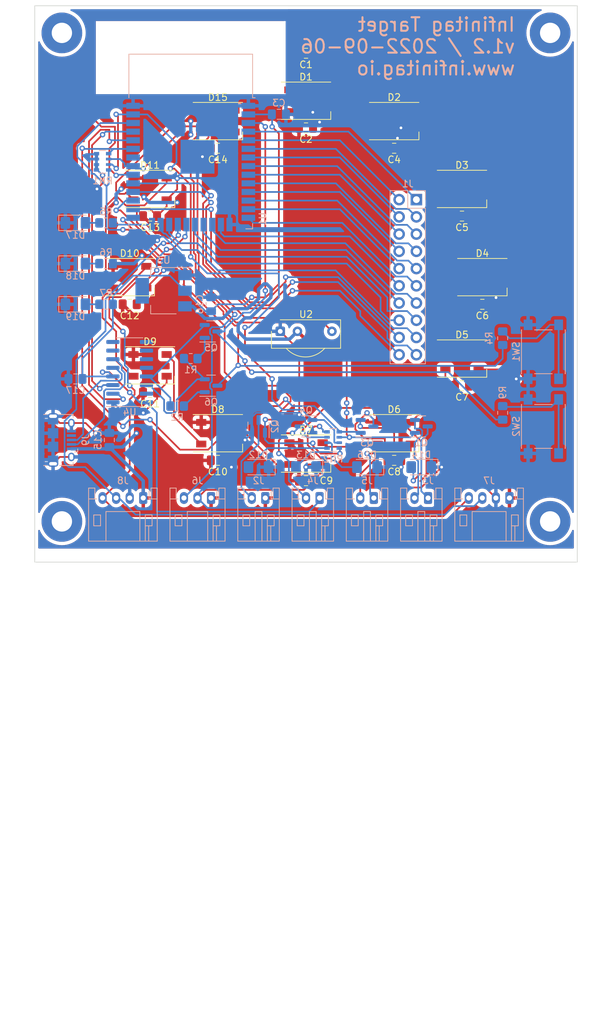
<source format=kicad_pcb>
(kicad_pcb (version 20211014) (generator pcbnew)
  (layers (0 "F.Cu" signal) (31 "B.Cu" signal) (34 "B.Paste" user) (35 "F.Paste" user) (36 "B.SilkS" user "B.Silkscreen") (37 "F.SilkS" user "F.Silkscreen") (38 "B.Mask" user) (39 "F.Mask" user) (44 "Edge.Cuts" user))
  (net 0 "")
  (net 1 "GND")
  (net 2 "+5V")
  (net 3 "+3V3")
  (net 4 "/LED_DIN")
  (net 5 "Net-(D1-Pad4)")
  (net 6 "Net-(D2-Pad4)")
  (net 7 "Net-(D3-Pad4)")
  (net 8 "Net-(D4-Pad4)")
  (net 9 "Net-(D5-Pad4)")
  (net 10 "Net-(D6-Pad4)")
  (net 11 "Net-(D7-Pad4)")
  (net 12 "Net-(D8-Pad4)")
  (net 13 "Net-(D10-Pad2)")
  (net 14 "Net-(D10-Pad4)")
  (net 15 "Net-(D11-Pad4)")
  (net 16 "Net-(D12-Pad2)")
  (net 17 "Net-(D13-Pad2)")
  (net 18 "Net-(D14-Pad2)")
  (net 19 "/LED_DOUT")
  (net 20 "Net-(D16-Pad2)")
  (net 21 "Net-(D18-Pad2)")
  (net 22 "Net-(D19-Pad2)")
  (net 23 "Net-(D17-Pad2)")
  (net 24 "/ESP_A_P4")
  (net 25 "/ESP_A_P5")
  (net 26 "/ESP_A_P6")
  (net 27 "/ESP_A_P7")
  (net 28 "/ESP_A_P8")
  (net 29 "/ESP_A_P9")
  (net 30 "/ESP_A_P10")
  (net 31 "/ESP_A_P11")
  (net 32 "/ESP_A_P12")
  (net 33 "/ESP_A_P13")
  (net 34 "/ESP_A_P14")
  (net 35 "/ESP_A_P16")
  (net 36 "/ESP_A_P17")
  (net 37 "/ESP_A_P18")
  (net 38 "/ESP_A_P19")
  (net 39 "/ESP_A_P22")
  (net 40 "/ESP_A_P23")
  (net 41 "/ESP_A_P26")
  (net 42 "/ESP_A_P28")
  (net 43 "/ESP_A_P29")
  (net 44 "Net-(J2-Pad2)")
  (net 45 "Net-(J3-Pad1)")
  (net 46 "Net-(J3-Pad2)")
  (net 47 "Net-(J4-Pad2)")
  (net 48 "Net-(J5-Pad1)")
  (net 49 "Net-(J5-Pad2)")
  (net 50 "/SDA")
  (net 51 "/SCL")
  (net 52 "Net-(J9-Pad2)")
  (net 53 "Net-(J9-Pad3)")
  (net 55 "/SW_1")
  (net 56 "/SW_5V")
  (net 57 "/SW_2")
  (net 58 "/SW_3.3V")
  (net 59 "Net-(Q5-Pad1)")
  (net 60 "Net-(Q5-Pad2)")
  (net 61 "/ESP_EN")
  (net 62 "Net-(Q6-Pad1)")
  (net 63 "Net-(Q6-Pad2)")
  (net 64 "/ESP_IO0")
  (net 65 "Net-(R4-Pad2)")
  (net 66 "/ESP_IO2")
  (net 67 "Net-(R9-Pad2)")
  (net 68 "/IR_RCV")
  (net 70 "/ESP_RXD")
  (net 71 "/ESP_TXD")
  (footprint "Capacitor_SMD:C_0805_2012Metric_Pad1.18x1.45mm_HandSolder" (layer "F.Cu") (at 145 117 180)
    (fp_text reference "C8")
    (fp_text value "100nF")
  )
  (footprint "MountingHole:MountingHole_3mm_Pad" (layer "F.Cu") (at 96 54)
    (fp_text reference "REF**")
    (fp_text value "MountingHole_3mm_Pad")
  )
  (footprint "MountingHole:MountingHole_3mm_Pad" (layer "F.Cu") (at 168 126)
    (fp_text reference "REF**")
    (fp_text value "MountingHole_3mm_Pad")
  )
  (footprint "LED_SMD:LED_SK6812_PLCC4_5.0x5.0mm_P3.2mm" (layer "F.Cu") (at 158 90)
    (fp_text reference "D4")
    (fp_text value "SK6812")
  )
  (footprint "Capacitor_SMD:C_0805_2012Metric_Pad1.18x1.45mm_HandSolder" (layer "F.Cu") (at 132 120 180)
    (fp_text reference "C9")
    (fp_text value "100nF")
  )
  (footprint "Capacitor_SMD:C_0805_2012Metric_Pad1.18x1.45mm_HandSolder" (layer "F.Cu") (at 119 71 180)
    (fp_text reference "C14")
    (fp_text value "100nF")
  )
  (footprint "LED_SMD:LED_SK6812_PLCC4_5.0x5.0mm_P3.2mm" (layer "F.Cu") (at 132 64)
    (fp_text reference "D1")
    (fp_text value "SK6812")
  )
  (footprint "Capacitor_SMD:C_0805_2012Metric_Pad1.18x1.45mm_HandSolder" (layer "F.Cu") (at 132 57 180)
    (fp_text reference "C1")
    (fp_text value "100uF")
  )
  (footprint "LED_SMD:LED_SK6812_PLCC4_5.0x5.0mm_P3.2mm" (layer "F.Cu") (at 155 77)
    (fp_text reference "D3")
    (fp_text value "SK6812")
  )
  (footprint "LED_SMD:LED_SK6812_PLCC4_5.0x5.0mm_P3.2mm" (layer "F.Cu") (at 109 103)
    (fp_text reference "D9")
    (fp_text value "SK6812")
  )
  (footprint "Capacitor_SMD:C_0805_2012Metric_Pad1.18x1.45mm_HandSolder" (layer "F.Cu") (at 119 117 180)
    (fp_text reference "C10")
    (fp_text value "100nF")
  )
  (footprint "LED_SMD:LED_SK6812_PLCC4_5.0x5.0mm_P3.2mm" (layer "F.Cu") (at 106 90)
    (fp_text reference "D10")
    (fp_text value "SK6812")
  )
  (footprint "LED_SMD:LED_SK6812_PLCC4_5.0x5.0mm_P3.2mm" (layer "F.Cu") (at 119 113)
    (fp_text reference "D8")
    (fp_text value "SK6812")
  )
  (footprint "Capacitor_SMD:C_0805_2012Metric_Pad1.18x1.45mm_HandSolder" (layer "F.Cu") (at 132 68 180)
    (fp_text reference "C2")
    (fp_text value "100nF")
  )
  (footprint "LED_SMD:LED_SK6812_PLCC4_5.0x5.0mm_P3.2mm" (layer "F.Cu") (at 145 113)
    (fp_text reference "D6")
    (fp_text value "SK6812")
  )
  (footprint "Capacitor_SMD:C_0805_2012Metric_Pad1.18x1.45mm_HandSolder" (layer "F.Cu") (at 155 81 180)
    (fp_text reference "C5")
    (fp_text value "100nF")
  )
  (footprint "OptoDevice:Vishay_CAST-3Pin" (layer "F.Cu") (at 128.2 97.985)
    (fp_text reference "U2")
    (fp_text value "TSOP312xx")
  )
  (footprint "Capacitor_SMD:C_0805_2012Metric_Pad1.18x1.45mm_HandSolder" (layer "F.Cu") (at 158 94 180)
    (fp_text reference "C6")
    (fp_text value "100nF")
  )
  (footprint "Capacitor_SMD:C_0805_2012Metric_Pad1.18x1.45mm_HandSolder" (layer "F.Cu") (at 155 106 180)
    (fp_text reference "C7")
    (fp_text value "100nF")
  )
  (footprint "Capacitor_SMD:C_0805_2012Metric_Pad1.18x1.45mm_HandSolder" (layer "F.Cu") (at 109 107 180)
    (fp_text reference "C11")
    (fp_text value "100nF")
  )
  (footprint "Capacitor_SMD:C_0805_2012Metric_Pad1.18x1.45mm_HandSolder" (layer "F.Cu") (at 109 81 180)
    (fp_text reference "C13")
    (fp_text value "100nF")
  )
  (footprint "LED_SMD:LED_SK6812_PLCC4_5.0x5.0mm_P3.2mm" (layer "F.Cu") (at 145 67)
    (fp_text reference "D2")
    (fp_text value "SK6812")
  )
  (footprint "LED_SMD:LED_SK6812_PLCC4_5.0x5.0mm_P3.2mm" (layer "F.Cu") (at 109 77)
    (fp_text reference "D11")
    (fp_text value "SK6812")
  )
  (footprint "MountingHole:MountingHole_3mm_Pad" (layer "F.Cu") (at 96 126)
    (fp_text reference "REF**")
    (fp_text value "MountingHole_3mm_Pad")
  )
  (footprint "MountingHole:MountingHole_3mm_Pad" (layer "F.Cu") (at 168 54)
    (fp_text reference "REF**")
    (fp_text value "MountingHole_3mm_Pad")
  )
  (footprint "LED_SMD:LED_SK6812_PLCC4_5.0x5.0mm_P3.2mm" (layer "F.Cu") (at 132 116)
    (fp_text reference "D7")
    (fp_text value "SK6812")
  )
  (footprint "Capacitor_SMD:C_0805_2012Metric_Pad1.18x1.45mm_HandSolder" (layer "F.Cu") (at 145 71 180)
    (fp_text reference "C4")
    (fp_text value "100nF")
  )
  (footprint "Capacitor_SMD:C_0805_2012Metric_Pad1.18x1.45mm_HandSolder" (layer "F.Cu") (at 106 94 180)
    (fp_text reference "C12")
    (fp_text value "100nF")
  )
  (footprint "LED_SMD:LED_SK6812_PLCC4_5.0x5.0mm_P3.2mm" (layer "F.Cu") (at 155 102)
    (fp_text reference "D5")
    (fp_text value "SK6812")
  )
  (footprint "LED_SMD:LED_SK6812_PLCC4_5.0x5.0mm_P3.2mm" (layer "F.Cu") (at 119 67)
    (fp_text reference "D15")
    (fp_text value "SK6812")
  )
  (footprint "Button_Switch_SMD:SW_Push_1P1T_NO_6x6mm_H9.5mm" (layer "B.Cu") (at 167 112 90)
    (fp_text reference "SW2")
    (fp_text value "RST")
  )
  (footprint "Connector_USB:USB_Micro-B_Amphenol_10118194_Horizontal" (layer "B.Cu") (at 96 114 90)
    (fp_text reference "J9")
    (fp_text value "USB_B_Micro")
  )
  (footprint "LED_SMD:LED_1206_3216Metric_Pad1.42x1.75mm_HandSolder" (layer "B.Cu") (at 141 118 180)
    (fp_text reference "D16")
    (fp_text value "SW-2")
  )
  (footprint "Resistor_SMD:R_Array_Convex_4x0603" (layer "B.Cu") (at 136 114)
    (fp_text reference "RN2")
    (fp_text value "1K")
  )
  (footprint "Connector_JST:JST_PH_S3B-PH-K_1x03_P2.00mm_Horizontal" (layer "B.Cu") (at 118 122.55 180)
    (fp_text reference "J6")
    (fp_text value "EXT_LED")
  )
  (footprint "Resistor_SMD:R_0805_2012Metric_Pad1.20x1.40mm_HandSolder" (layer "B.Cu") (at 113 109)
    (fp_text reference "R2")
    (fp_text value "10K")
  )
  (footprint "Capacitor_SMD:C_0805_2012Metric_Pad1.18x1.45mm_HandSolder" (layer "B.Cu") (at 128 66 180)
    (fp_text reference "C3")
    (fp_text value "100nF")
  )
  (footprint "LED_SMD:LED_1206_3216Metric_Pad1.42x1.75mm_HandSolder" (layer "B.Cu") (at 132 118 180)
    (fp_text reference "D13")
    (fp_text value "SW-3.3V")
  )
  (footprint "Connector_JST:JST_PH_S2B-PH-K_1x02_P2.00mm_Horizontal" (layer "B.Cu") (at 142 122.55 180)
    (fp_text reference "J5")
    (fp_text value "SW-2")
  )
  (footprint "Capacitor_SMD:C_0805_2012Metric_Pad1.18x1.45mm_HandSolder" (layer "B.Cu") (at 103 114 -90)
    (fp_text reference "C15")
    (fp_text value "4.7uF")
  )
  (footprint "Connector_JST:JST_PH_S2B-PH-K_1x02_P2.00mm_Horizontal" (layer "B.Cu") (at 126 122.55 180)
    (fp_text reference "J2")
    (fp_text value "SW-5V")
  )
  (footprint "Capacitor_SMD:C_0805_2012Metric_Pad1.18x1.45mm_HandSolder" (layer "B.Cu") (at 118 94 -90)
    (fp_text reference "C16")
    (fp_text value "10uF")
  )
  (footprint "Capacitor_SMD:C_0805_2012Metric_Pad1.18x1.45mm_HandSolder" (layer "B.Cu") (at 98 105)
    (fp_text reference "C17")
    (fp_text value "100nF")
  )
  (footprint "Resistor_SMD:R_0805_2012Metric_Pad1.20x1.40mm_HandSolder" (layer "B.Cu") (at 161 110 90)
    (fp_text reference "R9")
    (fp_text value "470")
  )
  (footprint "Resistor_SMD:R_0805_2012Metric_Pad1.20x1.40mm_HandSolder" (layer "B.Cu") (at 102.5125 88 180)
    (fp_text reference "R6")
    (fp_text value "1K")
  )
  (footprint "Package_TO_SOT_SMD:SOT-23" (layer "B.Cu") (at 118 106)
    (fp_text reference "Q6")
    (fp_text value "BC817")
  )
  (footprint "Package_TO_SOT_SMD:SOT-23" (layer "B.Cu") (at 125 112 90)
    (fp_text reference "Q2")
    (fp_text value "BSS138")
  )
  (footprint "Resistor_SMD:R_0805_2012Metric_Pad1.20x1.40mm_HandSolder" (layer "B.Cu") (at 102.5125 82 180)
    (fp_text reference "R5")
    (fp_text value "470")
  )
  (footprint "Package_TO_SOT_SMD:SOT-23" (layer "B.Cu") (at 149 112)
    (fp_text reference "Q1")
    (fp_text value "BSS138")
  )
  (footprint "Package_TO_SOT_SMD:SOT-23" (layer "B.Cu") (at 141 112)
    (fp_text reference "Q3")
    (fp_text value "BSS138")
  )
  (footprint "Connector_JST:JST_PH_S2B-PH-K_1x02_P2.00mm_Horizontal" (layer "B.Cu") (at 150 122.55 180)
    (fp_text reference "J3")
    (fp_text value "SW-1")
  )
  (footprint "Package_TO_SOT_SMD:SOT-223" (layer "B.Cu") (at 111 92 180)
    (fp_text reference "U3")
    (fp_text value "AZ1117-3.3")
  )
  (footprint "Connector_JST:JST_PH_S4B-PH-K_1x04_P2.00mm_Horizontal" (layer "B.Cu") (at 162 122.55 180)
    (fp_text reference "J7")
    (fp_text value "Conn_IN")
  )
  (footprint "Package_TO_SOT_SMD:SOT-23" (layer "B.Cu") (at 132 112 180)
    (fp_text reference "Q4")
    (fp_text value "BSS138")
  )
  (footprint "Connector_JST:JST_PH_S4B-PH-K_1x04_P2.00mm_Horizontal" (layer "B.Cu") (at 108 122.55 180)
    (fp_text reference "J8")
    (fp_text value "Conn_OUT")
  )
  (footprint "Resistor_SMD:R_0805_2012Metric_Pad1.20x1.40mm_HandSolder" (layer "B.Cu") (at 161 99 90)
    (fp_text reference "R4")
    (fp_text value "470")
  )
  (footprint "LED_SMD:LED_1206_3216Metric_Pad1.42x1.75mm_HandSolder" (layer "B.Cu") (at 125 118 180)
    (fp_text reference "D12")
    (fp_text value "SW-5V")
  )
  (footprint "Diode_SMD:D_1206_3216Metric_Pad1.42x1.75mm_HandSolder" (layer "B.Cu") (at 98 82)
    (fp_text reference "D17")
    (fp_text value "IO2")
  )
  (footprint "Connector_JST:JST_PH_S2B-PH-K_1x02_P2.00mm_Horizontal" (layer "B.Cu") (at 134 122.55 180)
    (fp_text reference "J4")
    (fp_text value "SW-3.3V")
  )
  (footprint "Resistor_SMD:R_0805_2012Metric_Pad1.20x1.40mm_HandSolder" (layer "B.Cu") (at 115 102)
    (fp_text reference "R1")
    (fp_text value "10K")
  )
  (footprint "Resistor_SMD:R_Array_Convex_4x0603" (layer "B.Cu") (at 102 73)
    (fp_text reference "RN1")
    (fp_text value "10K")
  )
  (footprint "Resistor_SMD:R_0805_2012Metric_Pad1.20x1.40mm_HandSolder" (layer "B.Cu") (at 102.5125 94 180)
    (fp_text reference "R7")
    (fp_text value "470")
  )
  (footprint "Connector_PinHeader_2.54mm:PinHeader_2x10_P2.54mm_Vertical" (layer "B.Cu") (at 148.275 78.575 180)
    (fp_text reference "J1")
    (fp_text value "Additional Pins")
  )
  (footprint "RF_Module:ESP32-WROOM-32" (layer "B.Cu") (at 115 73 180)
    (fp_text reference "U1")
    (fp_text value "ESP32-WROOM-32D")
  )
  (footprint "Diode_SMD:D_1206_3216Metric_Pad1.42x1.75mm_HandSolder" (layer "B.Cu") (at 98 94)
    (fp_text reference "D19")
    (fp_text value "3.3V")
  )
  (footprint "Button_Switch_SMD:SW_Push_1P1T_NO_6x6mm_H9.5mm" (layer "B.Cu") (at 167 101 90)
    (fp_text reference "SW1")
    (fp_text value "PROG")
  )
  (footprint "Package_SO:SOIC-16_3.9x9.9mm_P1.27mm" (layer "B.Cu") (at 106 104)
    (fp_text reference "U4")
    (fp_text value "CH340C")
  )
  (footprint "Diode_SMD:D_1206_3216Metric_Pad1.42x1.75mm_HandSolder" (layer "B.Cu") (at 98 88)
    (fp_text reference "D18")
    (fp_text value "5V")
  )
  (footprint "Package_TO_SOT_SMD:SOT-23" (layer "B.Cu") (at 118 98)
    (fp_text reference "Q5")
    (fp_text value "BC817")
  )
  (footprint "LED_SMD:LED_1206_3216Metric_Pad1.42x1.75mm_HandSolder" (layer "B.Cu") (at 149 118 180)
    (fp_text reference "D14")
    (fp_text value "SW-1")
  )
  (gr_rect (start 92 50) (end 172 132) (layer "Edge.Cuts") (width 0.1) (fill none))
  (gr_text "Infinitag Target \nv1.2 / 2022-09-06\nwww.infinitag.io" (at 163 56) (layer "B.SilkS") (effects (font (size 2 2) (thickness 0.3)) (justify left mirror)))
  (segment (start 102.006146 74.993854) (end 102.006146 76.167874) (width 0.25) (layer "F.Cu") (net 1))
  (segment (start 107.04952 81.919704) (end 109.690799 84.560983) (width 0.25) (layer "F.Cu") (net 1))
  (segment (start 146.847179 67.997179) (end 147.45 68.6) (width 0.25) (layer "F.Cu") (net 1))
  (segment (start 95.7 116.5) (end 94.7 117.5) (width 0.25) (layer "F.Cu") (net 1))
  (segment (start 121.45 69.5875) (end 120.0375 71) (width 0.25) (layer "F.Cu") (net 1))
  (segment (start 108.45 91.55) (end 111 89) (width 0.25) (layer "F.Cu") (net 1))
  (segment (start 133.0375 64.1875) (end 133.0375 57) (width 0.25) (layer "F.Cu") (net 1))
  (segment (start 111.45 78.6) (end 113 77.05) (width 0.25) (layer "F.Cu") (net 1))
  (segment (start 108.45 91.6) (end 108.45 92.5875) (width 0.25) (layer "F.Cu") (net 1))
  (segment (start 110.0375 107.9625) (end 108 110) (width 0.25) (layer "F.Cu") (net 1))
  (segment (start 97.4 111.5) (end 99.5 111.5) (width 0.25) (layer "F.Cu") (net 1))
  (segment (start 121.45 114.6) (end 122.4 114.6) (width 0.25) (layer "F.Cu") (net 1))
  (segment (start 134.45 65.6) (end 133.0375 64.1875) (width 0.25) (layer "F.Cu") (net 1))
  (segment (start 131 110.27498) (end 131 100.785) (width 0.25) (layer "F.Cu") (net 1))
  (segment (start 146 118) (end 146 120) (width 0.25) (layer "F.Cu") (net 1))
  (segment (start 120.0375 117.0375) (end 120.0375 117) (width 0.25) (layer "F.Cu") (net 1))
  (segment (start 110.0375 107) (end 110.0375 107.9625) (width 0.25) (layer "F.Cu") (net 1))
  (segment (start 111.45 79.5875) (end 110.0375 81) (width 0.25) (layer "F.Cu") (net 1))
  (segment (start 122.4 114.6) (end 123 114) (width 0.25) (layer "F.Cu") (net 1))
  (segment (start 116 122.55) (end 117.19952 121.35048) (width 0.25) (layer "F.Cu") (net 1))
  (segment (start 160.45 92.5875) (end 160.01875 93.01875) (width 0.25) (layer "F.Cu") (net 1))
  (segment (start 134.45 65.6) (end 133.100011 65.6) (width 0.25) (layer "F.Cu") (net 1))
  (segment (start 95.7 111.5) (end 94.7 110.5) (width 0.25) (layer "F.Cu") (net 1))
  (segment (start 110.0375 107) (end 111.45 105.5875) (width 0.25) (layer "F.Cu") (net 1))
  (segment (start 134.45 117.6) (end 132.4 117.6) (width 0.25) (layer "F.Cu") (net 1))
  (segment (start 157.45 79.5875) (end 157.45 78.6) (width 0.25) (layer "F.Cu") (net 1))
  (segment (start 157.45 103.6) (end 157.45 104.5875) (width 0.25) (layer "F.Cu") (net 1))
  (segment (start 118.7925 72.245) (end 116.7245 72.245) (width 0.25) (layer "F.Cu") (net 1))
  (segment (start 111.45 78.6) (end 111.45 79.5875) (width 0.25) (layer "F.Cu") (net 1))
  (segment (start 132.4 117.6) (end 132 118) (width 0.25) (layer "F.Cu") (net 1))
  (segment (start 156.0375 81) (end 157.45 79.5875) (width 0.25) (layer "F.Cu") (net 1))
  (segment (start 133.0375 120) (end 134.45 118.5875) (width 0.25) (layer "F.Cu") (net 1))
  (segment (start 161.524511 90.525489) (end 161.524511 86.487011) (width 0.25) (layer "F.Cu") (net 1))
  (segment (start 146 120) (end 147 121) (width 0.25) (layer "F.Cu") (net 1))
  (segment (start 155.45 118) (end 152 118) (width 0.25) (layer "F.Cu") (net 1))
  (segment (start 111.45 105.5875) (end 111.45 104.6) (width 0.25) (layer "F.Cu") (net 1))
  (segment (start 146 118) (end 146 117.0375) (width 0.25) (layer "F.Cu") (net 1))
  (segment (start 146.0375 117) (end 147.45 115.5875) (width 0.25) (layer "F.Cu") (net 1))
  (segment (start 97.4 116.5) (end 95.7 116.5) (width 0.25) (layer "F.Cu") (net 1))
  (segment (start 147.45 115.5875) (end 147.45 114.6) (width 0.25) (layer "F.Cu") (net 1))
  (segment (start 131.68702 121.35048) (end 133.0375 120) (width 0.25) (layer "F.Cu") (net 1))
  (segment (start 121.45 68.6) (end 121.45 69.5875) (width 0.25) (layer "F.Cu") (net 1))
  (segment (start 120.0375 117) (end 121.45 115.5875) (width 0.25) (layer "F.Cu") (net 1))
  (segment (start 117.19952 121.35048) (end 131.68702 121.35048) (width 0.25) (layer "F.Cu") (net 1))
  (segment (start 121 118) (end 120.0375 117.0375) (width 0.25) (layer "F.Cu") (net 1))
  (segment (start 133.888489 67.149011) (end 133.0375 68) (width 0.25) (layer "F.Cu") (net 1))
  (segment (start 134 67.149011) (end 133.888489 67.149011) (width 0.25) (layer "F.Cu") (net 1))
  (segment (start 134.45 118.5875) (end 134.45 117.6) (width 0.25) (layer "F.Cu") (net 1))
  (segment (start 149 121) (end 152 118) (width 0.25) (layer "F.Cu") (net 1))
  (segment (start 99.5 111.5) (end 101 113) (width 0.25) (layer "F.Cu") (net 1))
  (segment (start 161.524511 86.487011) (end 156.0375 81) (width 0.25) (layer "F.Cu") (net 1))
  (segment (start 108.45 91.6) (end 108.45 91.55) (width 0.25) (layer "F.Cu") (net 1))
  (segment (start 161.6 103.6) (end 163 105) (width 0.25) (layer "F.Cu") (net 1))
  (segment (start 160.45 91.6) (end 161.524511 90.525489) (width 0.25) (layer "F.Cu") (net 1))
  (segment (start 160 122.55) (end 155.45 118) (width 0.25) (layer "F.Cu") (net 1))
  (segment (start 146.00188 67.997179) (end 146.847179 67.997179) (width 0.25) (layer "F.Cu") (net 1))
  (segment (start 146.0375 71) (end 146.0375 70.062098) (width 0.25) (layer "F.Cu") (net 1))
  (segment (start 160.45 91.6) (end 160.45 92.5875) (width 0.25) (layer "F.Cu") (net 1))
  (segment (start 107.04952 79.95048) (end 107.04952 81.919704) (width 0.25) (layer "F.Cu") (net 1))
  (segment (start 109.690799 84.560983) (end 110.079679 84.560983) (width 0.25) (layer "F.Cu") (net 1))
  (segment (start 102.006146 76.167874) (end 101.17402 77) (width 0.25) (layer "F.Cu") (net 1))
  (segment (start 110.0375 81) (end 108.98798 79.95048) (width 0.25) (layer "F.Cu") (net 1))
  (segment (start 131 100.785) (end 128.2 97.985) (width 0.25) (layer "F.Cu") (net 1))
  (segment (start 157.45 103.6) (end 161.6 103.6) (width 0.25) (layer "F.Cu") (net 1))
  (segment (start 121.45 115.5875) (end 121.45 114.6) (width 0.25) (layer "F.Cu") (net 1))
  (segment (start 97.4 111.5) (end 95.7 111.5) (width 0.25) (layer "F.Cu") (net 1))
  (segment (start 108.98798 79.95048) (end 107.04952 79.95048) (width 0.25) (layer "F.Cu") (net 1))
  (segment (start 157.45 104.5875) (end 156.0375 106) (width 0.25) (layer "F.Cu") (net 1))
  (segment (start 146 117.0375) (end 146.0375 117) (width 0.25) (layer "F.Cu") (net 1))
  (segment (start 113 77.05) (end 113 75.4505) (width 0.25) (layer "F.Cu") (net 1))
  (segment (start 133.100011 65.6) (end 133 65.700011) (width 0.25) (layer "F.Cu") (net 1))
  (segment (start 108.45 92.5875) (end 107.0375 94) (width 0.25) (layer "F.Cu") (net 1))
  (segment (start 147 121) (end 149 121) (width 0.25) (layer "F.Cu") (net 1))
  (segment (start 120.0375 71) (end 118.7925 72.245) (width 0.25) (layer "F.Cu") (net 1))
  (segment (start 160.01875 93.01875) (end 159.0375 94) (width 0.25) (layer "F.Cu") (net 1))
  (segment (start 146.0375 70.062098) (end 145.487701 69.512299) (width 0.25) (layer "F.Cu") (net 1))
  (via (at 132 118) (size 0.8) (drill 0.4) (layers "F.Cu" "B.Cu") (net 1))
  (via (at 163 105) (size 0.8) (drill 0.4) (layers "F.Cu" "B.Cu") (net 1))
  (via (at 160.01875 93.01875) (size 0.8) (drill 0.4) (layers "F.Cu" "B.Cu") (net 1))
  (via (at 146 118) (size 0.8) (drill 0.4) (layers "F.Cu" "B.Cu") (net 1))
  (via (at 110.079679 84.560983) (size 0.8) (drill 0.4) (layers "F.Cu" "B.Cu") (net 1))
  (via (at 121 118) (size 0.8) (drill 0.4) (layers "F.Cu" "B.Cu") (net 1))
  (via (at 134 67.149011) (size 0.8) (drill 0.4) (layers "F.Cu" "B.Cu") (net 1))
  (via (at 146.00188 67.997179) (size 0.8) (drill 0.4) (layers "F.Cu" "B.Cu") (net 1))
  (via (at 131 110.27498) (size 0.8) (drill 0.4) (layers "F.Cu" "B.Cu") (net 1))
  (via (at 123 114) (size 0.8) (drill 0.4) (layers "F.Cu" "B.Cu") (net 1))
  (via (at 108 110) (size 0.8) (drill 0.4) (layers "F.Cu" "B.Cu") (net 1))
  (via (at 102.006146 74.993854) (size 0.8) (drill 0.4) (layers "F.Cu" "B.Cu") (net 1))
  (via (at 113 75.4505) (size 0.8) (drill 0.4) (layers "F.Cu" "B.Cu") (net 1))
  (via (at 152 118) (size 0.8) (drill 0.4) (layers "F.Cu" "B.Cu") (net 1))
  (via (at 101.17402 77) (size 0.8) (drill 0.4) (layers "F.Cu" "B.Cu") (net 1))
  (via (at 133 65.700011) (size 0.8) (drill 0.4) (layers "F.Cu" "B.Cu") (net 1))
  (via (at 111 89) (size 0.8) (drill 0.4) (layers "F.Cu" "B.Cu") (net 1))
  (via (at 145.487701 69.512299) (size 0.8) (drill 0.4) (layers "F.Cu" "B.Cu") (net 1))
  (via (at 101 113) (size 0.8) (drill 0.4) (layers "F.Cu" "B.Cu") (net 1))
  (via (at 116.7245 72.245) (size 0.8) (drill 0.4) (layers "F.Cu" "B.Cu") (net 1))
  (segment (start 101.212292 74.2) (end 102.006146 74.993854) (width 0.25) (layer "B.Cu") (net 1))
  (segment (start 114.15 87.15) (end 111.029031 84.029031) (width 0.25) (layer "B.Cu") (net 1))
  (segment (start 163 105) (end 164.725 105) (width 0.25) (layer "B.Cu") (net 1))
  (segment (start 116 122) (end 116 122.55) (width 0.25) (layer "B.Cu") (net 1))
  (segment (start 131.87548 110.87548) (end 131.87548 111) (width 0.25) (layer "B.Cu") (net 1))
  (segment (start 152 118) (end 150.4875 118) (width 0.25) (layer "B.Cu") (net 1))
  (segment (start 164.75 97.025) (end 164.025 97.025) (width 0.25) (layer "B.Cu") (net 1))
  (segment (start 105.08 110) (end 103.525 108.445) (width 0.25) (layer "B.Cu") (net 1))
  (segment (start 139.4875 124) (end 133.4875 118) (width 0.25) (layer "B.Cu") (net 1))
  (segment (start 101.17402 77) (end 101.17402 78.413487) (width 0.25) (layer "B.Cu") (net 1))
  (segment (start 124 110.653928) (end 124 113) (width 0.25) (layer "B.Cu") (net 1))
  (segment (start 117.45 124) (end 128 124) (width 0.25) (layer "B.Cu") (net 1))
  (segment (start 99.5125 85) (end 96.5125 88) (width 0.25) (layer "B.Cu") (net 1))
  (segment (start 108 110) (end 105.08 110) (width 0.25) (layer "B.Cu") (net 1))
  (segment (start 101.1 74.2) (end 101.212292 74.2) (width 0.25) (layer "B.Cu") (net 1))
  (segment (start 128 119.5125) (end 126.4875 118) (width 0.25) (layer "B.Cu") (net 1))
  (segment (start 97.587507 82) (end 96.5125 82) (width 0.25) (layer "B.Cu") (net 1))
  (segment (start 132.9375 112.95) (end 132.9375 112.458572) (width 0.25) (layer "B.Cu") (net 1))
  (segment (start 124.653928 110) (end 130.72502 110) (width 0.25) (layer "B.Cu") (net 1))
  (segment (start 142.4875 118) (end 146 118) (width 0.25) (layer "B.Cu") (net 1))
  (segment (start 130.72502 110) (end 131 110.27498) (width 0.25) (layer "B.Cu") (net 1))
  (segment (start 123 114) (end 123 113.9875) (width 0.25) (layer "B.Cu") (net 1))
  (segment (start 131.27498 110.27498) (end 131.87548 110.87548) (width 0.25) (layer "B.Cu") (net 1))
  (segment (start 114.15 89.7) (end 114.15 87.15) (width 0.25) (layer "B.Cu") (net 1))
  (segment (start 132 118) (end 133.4875 118) (width 0.25) (layer "B.Cu") (net 1))
  (segment (start 133 65.700011) (end 133 66.149011) (width 0.25) (layer "B.Cu") (net 1))
  (segment (start 151 118.5125) (end 151 124) (width 0.25) (layer "B.Cu") (net 1))
  (segment (start 123 113.9875) (end 124.05 112.9375) (width 0.25) (layer "B.Cu") (net 1))
  (segment (start 102.9625 113) (end 103 112.9625) (width 0.25) (layer "B.Cu") (net 1))
  (segment (start 116.7245 72.245) (end 116 72.245) (width 0.25) (layer "B.Cu") (net 1))
  (segment (start 131 110.27498) (end 131.27498 110.27498) (width 0.25) (layer "B.Cu") (net 1))
  (segment (start 101.17402 78.413487) (end 97.587507 82) (width 0.25) (layer "B.Cu") (net 1))
  (segment (start 101.1 74.2) (end 101.1 73.4) (width 0.25) (layer "B.Cu") (net 1))
  (segment (start 101.1 71.8) (end 101.1 72.6) (width 0.25) (layer "B.Cu") (net 1))
  (segment (start 121 118) (end 120 118) (width 0.25) (layer "B.Cu") (net 1))
  (segment (start 145.487701 69.512299) (end 145.487701 68.511358) (width 0.25) (layer "B.Cu") (net 1))
  (segment (start 116 122.55) (end 117.45 124) (width 0.25) (layer "B.Cu") (net 1))
  (segment (start 101 113) (end 102.9625 113) (width 0.5) (layer "B.Cu") (net 1))
  (segment (start 109.640662 85) (end 99.5125 85) (width 0.25) (layer "B.Cu") (net 1))
  (segment (start 120 118) (end 116 122) (width 0.25) (layer "B.Cu") (net 1))
  (segment (start 132.9375 112.458572) (end 131.87548 111.396552) (width 0.25) (layer "B.Cu") (net 1))
  (segment (start 133 66.149011) (end 134 67.149011) (width 0.25) (layer "B.Cu") (net 1))
  (segment (start 151 124) (end 139.4875 124) (width 0.25) (layer "B.Cu") (net 1))
  (segment (start 110.611631 84.029031) (end 110.079679 84.560983) (width 0.25) (layer "B.Cu") (net 1))
  (segment (start 111 89) (end 113.45 89) (width 0.25) (layer "B.Cu") (net 1))
  (segment (start 131.87548 111) (end 130.87548 110) (width 0.25) (layer "B.Cu") (net 1))
  (segment (start 131.87548 111.396552) (end 131.87548 111) (width 0.25) (layer "B.Cu") (net 1))
  (segment (start 164.725 105) (end 164.75 104.975) (width 0.25) (layer "B.Cu") (net 1))
  (segment (start 164.025 97.025) (end 160.01875 93.01875) (width 0.25) (layer "B.Cu") (net 1))
  (segment (start 113 75.4505) (end 113 75.245) (width 0.25) (layer "B.Cu") (net 1))
  (segment (start 101.1 73.4) (end 101.1 72.6) (width 0.25) (layer "B.Cu") (net 1))
  (segment (start 113.45 89) (end 114.15 89.7) (width 0.25) (layer "B.Cu") (net 1))
  (segment (start 110.079679 84.560983) (end 109.640662 85) (width 0.25) (layer "B.Cu") (net 1))
  (segment (start 113 75.245) (end 116 72.245) (width 0.25) (layer "B.Cu") (net 1))
  (segment (start 124 110.653928) (end 124.653928 110) (width 0.25) (layer "B.Cu") (net 1))
  (segment (start 111.029031 84.029031) (end 110.611631 84.029031) (width 0.25) (layer "B.Cu") (net 1))
  (segment (start 128 124) (end 128 119.5125) (width 0.25) (layer "B.Cu") (net 1))
  (segment (start 150.4875 118) (end 151 118.5125) (width 0.25) (layer "B.Cu") (net 1))
  (segment (start 145.487701 68.511358) (end 146.00188 67.997179) (width 0.25) (layer "B.Cu") (net 1))
  (segment (start 108.83263 86.83263) (end 110.107566 88.107566) (width 0.5) (layer "F.Cu") (net 2))
  (segment (start 130.9625 115.8125) (end 130.9625 120) (width 0.5) (layer "F.Cu") (net 2))
  (segment (start 108 107) (end 107 108) (width 0.5) (layer "F.Cu") (net 2))
  (segment (start 113 92) (end 116 95) (width 0.5) (layer "F.Cu") (net 2))
  (segment (start 146 113) (end 144.4 111.4) (width 0.5) (layer "F.Cu") (net 2))
  (segment (start 107.808032 86.83263) (end 105.83263 86.83263) (width 0.5) (layer "F.Cu") (net 2))
  (segment (start 113 89) (end 113 92) (width 0.5) (layer "F.Cu") (net 2))
  (segment (start 143.9625 117) (end 146 114.9625) (width 0.5) (layer "F.Cu") (net 2))
  (segment (start 118.199031 70.763469) (end 117.9625 71) (width 0.5) (layer "F.Cu") (net 2))
  (segment (start 115 66.95) (end 116.55 65.4) (width 0.5) (layer "F.Cu") (net 2))
  (segment (start 108.6 75.4) (end 106.55 75.4) (width 0.5) (layer "F.Cu") (net 2))
  (segment (start 103.050009 84.050009) (end 103.050009 79.762485) (width 0.5) (layer "F.Cu") (net 2))
  (segment (start 118.199031 67.049031) (end 118.199031 70.763469) (width 0.5) (layer "F.Cu") (net 2))
  (segment (start 128 66.699022) (end 128 64.737136) (width 1) (layer "F.Cu") (net 2))
  (segment (start 113 79.83927) (end 110.66475 82.17452) (width 0.5) (layer "F.Cu") (net 2))
  (segment (start 106.9625 96) (end 104.9625 94) (width 0.5) (layer "F.Cu") (net 2))
  (segment (start 104.95 77) (end 106.55 75.4) (width 0.5) (layer "F.Cu") (net 2))
  (segment (start 107.9625 107) (end 108 107) (width 0.5) (layer "F.Cu") (net 2))
  (segment (start 115 96) (end 106.9625 96) (width 0.5) (layer "F.Cu") (net 2))
  (segment (start 104.750989 77) (end 104.95 77) (width 0.5) (layer "F.Cu") (net 2))
  (segment (start 129.55 114.4) (end 130.9625 115.8125) (width 0.5) (layer "F.Cu") (net 2))
  (segment (start 105.83263 86.83263) (end 103.050009 84.050009) (width 0.5) (layer "F.Cu") (net 2))
  (segment (start 110.66475 82.17452) (end 109.13702 82.17452) (width 0.5) (layer "F.Cu") (net 2))
  (segment (start 129.55 63.187136) (end 129.55 62.4) (width 1) (layer "F.Cu") (net 2))
  (segment (start 116.55 65.4) (end 118.199031 67.049031) (width 0.5) (layer "F.Cu") (net 2))
  (segment (start 130.9625 68) (end 129.300978 68) (width 1) (layer "F.Cu") (net 2))
  (segment (start 106.55 75.4) (end 106.55 76.627654) (width 0.5) (layer "F.Cu") (net 2))
  (segment (start 109.13702 82.17452) (end 107.9625 81) (width 0.5) (layer "F.Cu") (net 2))
  (segment (start 116 95) (end 115 96) (width 0.5) (layer "F.Cu") (net 2))
  (segment (start 115 67) (end 115 66.95) (width 0.5) (layer "F.Cu") (net 2))
  (segment (start 113 79) (end 113 79.83927) (width 0.5) (layer "F.Cu") (net 2))
  (segment (start 107.808032 86.83263) (end 108.83263 86.83263) (width 0.5) (layer "F.Cu") (net 2))
  (segment (start 115 69) (end 108.6 75.4) (width 0.5) (layer "F.Cu") (net 2))
  (segment (start 128 64.737136) (end 129.55 63.187136) (width 1) (layer "F.Cu") (net 2))
  (segment (start 103.050009 79.762485) (end 103.787896 79.024598) (width 0.5) (layer "F.Cu") (net 2))
  (segment (start 106.55 76.627654) (end 108.091846 78.1695) (width 0.5) (layer "F.Cu") (net 2))
  (segment (start 129.300978 68) (end 128 66.699022) (width 1) (layer "F.Cu") (net 2))
  (segment (start 112.107566 88.107566) (end 113 89) (width 0.5) (layer "F.Cu") (net 2))
  (segment (start 103.787896 79.024598) (end 104 79.024598) (width 0.5) (layer "F.Cu") (net 2))
  (segment (start 146 114.9625) (end 146 113) (width 0.5) (layer "F.Cu") (net 2))
  (segment (start 144.4 111.4) (end 142.55 111.4) (width 0.5) (layer "F.Cu") (net 2))
  (segment (start 110.107566 88.107566) (end 112.107566 88.107566) (width 0.5) (layer "F.Cu") (net 2))
  (segment (start 107 108) (end 107 113) (width 0.5) (layer "F.Cu") (net 2))
  (via (at 107 113) (size 0.8) (drill 0.4) (layers "F.Cu" "B.Cu") (net 2))
  (via (at 107.808032 86.83263) (size 0.8) (drill 0.4) (layers "F.Cu" "B.Cu") (net 2))
  (via (at 116 95) (size 0.8) (drill 0.4) (layers "F.Cu" "B.Cu") (net 2))
  (via (at 115 67) (size 0.8) (drill 0.4) (layers "F.Cu" "B.Cu") (net 2))
  (via (at 108.091846 78.1695) (size 0.8) (drill 0.4) (layers "F.Cu" "B.Cu") (net 2))
  (via (at 115 69) (size 0.8) (drill 0.4) (layers "F.Cu" "B.Cu") (net 2))
  (via (at 104 79.024598) (size 0.8) (drill 0.4) (layers "F.Cu" "B.Cu") (net 2))
  (via (at 104.750989 77) (size 0.8) (drill 0.4) (layers "F.Cu" "B.Cu") (net 2))
  (via (at 113 79) (size 0.8) (drill 0.4) (layers "F.Cu" "B.Cu") (net 2))
  (segment (start 121.148112 94.650497) (end 123.349503 94.650497) (width 0.5) (layer "B.Cu") (net 2))
  (segment (start 103.5125 88) (end 106.640662 88) (width 0.5) (layer "B.Cu") (net 2))
  (segment (start 104.9625 115.0375) (end 103 115.0375) (width 0.5) (layer "B.Cu") (net 2))
  (segment (start 126.201391 91) (end 126.849511 91.64812) (width 0.5) (layer "B.Cu") (net 2))
  (segment (start 129.59048 99.13452) (end 130.74 97.985) (width 0.5) (layer "B.Cu") (net 2))
  (segment (start 104 79.024598) (end 104 77.750989) (width 0.5) (layer "B.Cu") (net 2))
  (segment (start 124 94) (end 124.176793 94) (width 0.5) (layer "B.Cu") (net 2))
  (segment (start 115.3 94.3) (end 116 95) (width 0.5) (layer "B.Cu") (net 2))
  (segment (start 122 98) (end 123.13452 99.13452) (width 0.5) (layer "B.Cu") (net 2))
  (segment (start 108.091846 78.1695) (end 108.922346 79) (width 0.5) (layer "B.Cu") (net 2))
  (segment (start 122 97) (end 122 98) (width 0.5) (layer "B.Cu") (net 2))
  (segment (start 124.176793 94) (end 125 93.176793) (width 0.5) (layer "B.Cu") (net 2))
  (segment (start 107 113) (end 104.9625 115.0375) (width 0.5) (layer "B.Cu") (net 2))
  (segment (start 123.801781 96) (end 123 96) (width 0.5) (layer "B.Cu") (net 2))
  (segment (start 125 91.798609) (end 125.798609 91) (width 0.5) (layer "B.Cu") (net 2))
  (segment (start 115 67) (end 115 69) (width 0.5) (layer "B.Cu") (net 2))
  (segment (start 108.922346 79) (end 113 79) (width 0.5) (layer "B.Cu") (net 2))
  (segment (start 119.724089 96.07452) (end 121.148112 94.650497) (width 0.5) (layer "B.Cu") (net 2))
  (segment (start 106.640662 88) (end 107.808032 86.83263) (width 0.5) (layer "B.Cu") (net 2))
  (segment (start 123 96) (end 122 97) (width 0.5) (layer "B.Cu") (net 2))
  (segment (start 126.849511 91.64812) (end 126.849511 92.747495) (width 0.5) (layer "B.Cu") (net 2))
  (segment (start 126.849511 92.747495) (end 126.798503 92.798503) (width 0.5) (layer "B.Cu") (net 2))
  (segment (start 123.349503 94.650497) (end 124 94) (width 0.5) (layer "B.Cu") (net 2))
  (segment (start 116 95) (end 117.07452 96.07452) (width 0.5) (layer "B.Cu") (net 2))
  (segment (start 103 115.0375) (end 108 120.0375) (width 0.5) (layer "B.Cu") (net 2))
  (segment (start 117.07452 96.07452) (end 119.724089 96.07452) (width 0.5) (layer "B.Cu") (net 2))
  (segment (start 125.798609 91) (end 126.201391 91) (width 0.5) (layer "B.Cu") (net 2))
  (segment (start 108 120.0375) (end 108 122.55) (width 0.5) (layer "B.Cu") (net 2))
  (segment (start 104 77.750989) (end 104.750989 77) (width 0.5) (layer "B.Cu") (net 2))
  (segment (start 114.15 94.3) (end 115.3 94.3) (width 0.5) (layer "B.Cu") (net 2))
  (segment (start 125 93.176793) (end 125 91.798609) (width 0.5) (layer "B.Cu") (net 2))
  (segment (start 123.13452 99.13452) (end 129.59048 99.13452) (width 0.5) (layer "B.Cu") (net 2))
  (segment (start 102.7375 115.3) (end 103 115.0375) (width 0.5) (layer "B.Cu") (net 2))
  (segment (start 97.4 115.3) (end 102.7375 115.3) (width 0.5) (layer "B.Cu") (net 2))
  (segment (start 126.798503 93.003278) (end 123.801781 96) (width 0.5) (layer "B.Cu") (net 2))
  (segment (start 126.798503 92.798503) (end 126.798503 93.003278) (width 0.5) (layer "B.Cu") (net 2))
  (segment (start 106 107) (end 103 104) (width 0.25) (layer "F.Cu") (net 3))
  (segment (start 103 104) (end 102 104) (width 0.25) (layer "F.Cu") (net 3))
  (segment (start 128 91) (end 127 92) (width 0.25) (layer "F.Cu") (net 3))
  (segment (start 128 68.8305) (end 128 91) (width 0.25) (layer "F.Cu") (net 3))
  (segment (start 127 92) (end 127 92.024614) (width 0.25) (layer "F.Cu") (net 3))
  (segment (start 127 92.024614) (end 126.049212 92.975402) (width 0.25) (layer "F.Cu") (net 3))
  (segment (start 126.049212 92.975402) (end 124 92.975402) (width 0.25) (layer "F.Cu") (net 3))
  (segment (start 127 67.8305) (end 128 68.8305) (width 0.25) (layer "F.Cu") (net 3))
  (via (at 102 104) (size 0.8) (drill 0.4) (layers "F.Cu" "B.Cu") (net 3))
  (via (at 124 92.975402) (size 0.8) (drill 0.4) (layers "F.Cu" "B.Cu") (net 3))
  (via (at 106 107) (size 0.8) (drill 0.4) (layers "F.Cu" "B.Cu") (net 3))
  (via (at 127 67.8305) (size 0.8) (drill 0.4) (layers "F.Cu" "B.Cu") (net 3))
  (segment (start 126.9475 66.015) (end 123.5 66.015) (width 0.25) (layer "B.Cu") (net 3))
  (segment (start 114.15 92) (end 111.925489 89.775489) (width 0.25) (layer "B.Cu") (net 3))
  (segment (start 117.1875 95.0375) (end 114.15 92) (width 0.25) (layer "B.Cu") (net 3))
  (segment (start 102.89 104) (end 103.525 104.635) (width 0.25) (layer "B.Cu") (net 3))
  (segment (start 119.0375 94) (end 118 95.0375) (width 0.25) (layer "B.Cu") (net 3))
  (segment (start 124 92.975402) (end 122.975402 94) (width 0.25) (layer "B.Cu") (net 3))
  (segment (start 106.525489 89.775489) (end 103.5125 92.788478) (width 0.25) (layer "B.Cu") (net 3))
  (segment (start 111.925489 89.775489) (end 106.525489 89.775489) (width 0.25) (layer "B.Cu") (net 3))
  (segment (start 127 66.0375) (end 126.9625 66) (width 0.25) (layer "B.Cu") (net 3))
  (segment (start 126.9625 66) (end 126.9475 66.015) (width 0.25) (layer "B.Cu") (net 3))
  (segment (start 103.5125 94) (end 103.5125 97.4875) (width 0.25) (layer "B.Cu") (net 3))
  (segment (start 103.5125 92.788478) (end 103.5125 94) (width 0.25) (layer "B.Cu") (net 3))
  (segment (start 118 95.0375) (end 117.1875 95.0375) (width 0.25) (layer "B.Cu") (net 3))
  (segment (start 102 104) (end 102.89 104) (width 0.25) (layer "B.Cu") (net 3))
  (segment (start 99.4025 104.635) (end 99.0375 105) (width 0.25) (layer "B.Cu") (net 3))
  (segment (start 127 67.8305) (end 127 66.0375) (width 0.25) (layer "B.Cu") (net 3))
  (segment (start 103.525 104.635) (end 99.4025 104.635) (width 0.25) (layer "B.Cu") (net 3))
  (segment (start 99.0375 101.9625) (end 99.0375 105) (width 0.25) (layer "B.Cu") (net 3))
  (segment (start 110 109.97) (end 108.475 108.445) (width 0.25) (layer "B.Cu") (net 3))
  (segment (start 134 123) (end 132.44952 124.55048) (width 0.25) (layer "B.Cu") (net 3))
  (segment (start 122.975402 94) (end 119.0375 94) (width 0.25) (layer "B.Cu") (net 3))
  (segment (start 103.5125 97.4875) (end 99.0375 101.9625) (width 0.25) (layer "B.Cu") (net 3))
  (segment (start 108.475 108.445) (end 107.445 108.445) (width 0.25) (layer "B.Cu") (net 3))
  (segment (start 110 124.55048) (end 110 109.97) (width 0.25) (layer "B.Cu") (net 3))
  (segment (start 107.445 108.445) (end 106 107) (width 0.25) (layer "B.Cu") (net 3))
  (segment (start 134 122.55) (end 134 123) (width 0.25) (layer "B.Cu") (net 3))
  (segment (start 132.44952 124.55048) (end 110 124.55048) (width 0.25) (layer "B.Cu") (net 3))
  (segment (start 103.825969 70.198645) (end 103 71.024614) (width 0.25) (layer "F.Cu") (net 4))
  (segment (start 100 66) (end 101.825969 67.825969) (width 0.25) (layer "F.Cu") (net 4))
  (segment (start 101 51) (end 100 52) (width 0.25) (layer "F.Cu") (net 4))
  (segment (start 100 52) (end 100 66) (width 0.25) (layer "F.Cu") (net 4))
  (segment (start 103.825969 67.825969) (end 103.825969 70.198645) (width 0.25) (layer "F.Cu") (net 4))
  (segment (start 103 74) (end 104 75) (width 0.25) (layer "F.Cu") (net 4))
  (segment (start 103 71.024614) (end 103 74) (width 0.25) (layer "F.Cu") (net 4))
  (segment (start 134.45 62.4) (end 134.45 56.787507) (width 0.25) (layer "F.Cu") (net 4))
  (segment (start 134.45 56.787507) (end 128.662493 51) (width 0.25) (layer "F.Cu") (net 4))
  (segment (start 128.662493 51) (end 101 51) (width 0.25) (layer "F.Cu") (net 4))
  (segment (start 101.825969 67.825969) (end 103.825969 67.825969) (width 0.25) (layer "F.Cu") (net 4))
  (via (at 104 75) (size 0.8) (drill 0.4) (layers "F.Cu" "B.Cu") (net 4))
  (segment (start 104.095 74.905) (end 106.5 74.905) (width 0.25) (layer "B.Cu") (net 4))
  (segment (start 104 75) (end 104.095 74.905) (width 0.25) (layer "B.Cu") (net 4))
  (segment (start 130.374511 66.424511) (end 146.425489 66.424511) (width 0.25) (layer "F.Cu") (net 5))
  (segment (start 129.55 65.6) (end 130.374511 66.424511) (width 0.25) (layer "F.Cu") (net 5))
  (segment (start 146.425489 66.424511) (end 147.45 65.4) (width 0.25) (layer "F.Cu") (net 5))
  (segment (start 145.6 68.6) (end 151.575489 74.575489) (width 0.25) (layer "F.Cu") (net 6))
  (segment (start 151.575489 74.575489) (end 156.625489 74.575489) (width 0.25) (layer "F.Cu") (net 6))
  (segment (start 142.55 68.6) (end 145.6 68.6) (width 0.25) (layer "F.Cu") (net 6))
  (segment (start 156.625489 74.575489) (end 157.45 75.4) (width 0.25) (layer "F.Cu") (net 6))
  (segment (start 152.55 81.212493) (end 159.737507 88.4) (width 0.25) (layer "F.Cu") (net 7))
  (segment (start 152.55 78.6) (end 152.55 81.212493) (width 0.25) (layer "F.Cu") (net 7))
  (segment (start 159.737507 88.4) (end 160.45 88.4) (width 0.25) (layer "F.Cu") (net 7))
  (segment (start 155.55 91.6) (end 155.55 98.5) (width 0.25) (layer "F.Cu") (net 8))
  (segment (start 155.55 98.5) (end 157.45 100.4) (width 0.25) (layer "F.Cu") (net 8))
  (segment (start 152.55 103.6) (end 152.55 106.3) (width 0.25) (layer "F.Cu") (net 9))
  (segment (start 152.55 106.3) (end 147.45 111.4) (width 0.25) (layer "F.Cu") (net 9))
  (segment (start 142.55 114.6) (end 142.15 115) (width 0.25) (layer "F.Cu") (net 10))
  (segment (start 142.15 115) (end 135.05 115) (width 0.25) (layer "F.Cu") (net 10))
  (segment (start 135.05 115) (end 134.45 114.4) (width 0.25) (layer "F.Cu") (net 10))
  (segment (start 129.55 117.6) (end 127.65 117.6) (width 0.25) (layer "F.Cu") (net 11))
  (segment (start 127.65 117.6) (end 121.45 111.4) (width 0.25) (layer "F.Cu") (net 11))
  (segment (start 112.524511 102.474511) (end 111.45 101.4) (width 0.25) (layer "F.Cu") (net 12))
  (segment (start 112.524511 110.574511) (end 112.524511 102.474511) (width 0.25) (layer "F.Cu") (net 12))
  (segment (start 116.55 114.6) (end 112.524511 110.574511) (width 0.25) (layer "F.Cu") (net 12))
  (segment (start 108.45 88.550001) (end 108.45 88.4) (width 0.25) (layer "F.Cu") (net 13))
  (segment (start 104 98) (end 102 96) (width 0.25) (layer "F.Cu") (net 13))
  (segment (start 102 95.000001) (end 102.000001 95.000001) (width 0.25) (layer "F.Cu") (net 13))
  (segment (start 102.575489 92.424511) (end 104.575489 92.424511) (width 0.25) (layer "F.Cu") (net 13))
  (segment (start 104.575489 92.424511) (end 108.45 88.550001) (width 0.25) (layer "F.Cu") (net 13))
  (segment (start 104 102.3) (end 104 98) (width 0.25) (layer "F.Cu") (net 13))
  (segment (start 102 96) (end 102 95.000001) (width 0.25) (layer "F.Cu") (net 13))
  (segment (start 102 93) (end 102 95) (width 0.25) (layer "F.Cu") (net 13))
  (segment (start 102.575489 92.424511) (end 102 93) (width 0.25) (layer "F.Cu") (net 13))
  (segment (start 106.55 104.6) (end 106.3 104.6) (width 0.25) (layer "F.Cu") (net 13))
  (segment (start 106.3 104.6) (end 104 102.3) (width 0.25) (layer "F.Cu") (net 13))
  (segment (start 102.475489 79.524511) (end 104 78) (width 0.25) (layer "F.Cu") (net 14))
  (segment (start 104 78) (end 105.424511 79.424511) (width 0.25) (layer "F.Cu") (net 14))
  (segment (start 103.55 91.6) (end 102.475489 90.525489) (width 0.25) (layer "F.Cu") (net 14))
  (segment (start 102.475489 90.525489) (end 102.475489 79.524511) (width 0.25) (layer "F.Cu") (net 14))
  (segment (start 105.424511 79.424511) (end 108.175489 79.424511) (width 0.25) (layer "F.Cu") (net 14))
  (segment (start 108.175489 79.424511) (end 111.45 76.15) (width 0.25) (layer "F.Cu") (net 14))
  (segment (start 111.45 76.15) (end 111.45 75.4) (width 0.25) (layer "F.Cu") (net 14))
  (segment (start 104.450886 77.724511) (end 104 77.273625) (width 0.25) (layer "F.Cu") (net 15))
  (segment (start 105.475489 77.525489) (end 105.276467 77.724511) (width 0.25) (layer "F.Cu") (net 15))
  (segment (start 120.05 64) (end 121.45 65.4) (width 0.25) (layer "F.Cu") (net 15))
  (segment (start 104 76.050978) (end 116.050978 64) (width 0.25) (layer "F.Cu") (net 15))
  (segment (start 106.55 78.6) (end 105.475489 77.525489) (width 0.25) (layer "F.Cu") (net 15))
  (segment (start 104 77.273625) (end 104 76.050978) (width 0.25) (layer "F.Cu") (net 15))
  (segment (start 116.050978 64) (end 120.05 64) (width 0.25) (layer "F.Cu") (net 15))
  (segment (start 105.276467 77.724511) (end 104.450886 77.724511) (width 0.25) (layer "F.Cu") (net 15))
  (segment (start 135.1 115.2) (end 126.3125 115.2) (width 0.25) (layer "B.Cu") (net 16))
  (segment (start 126.3125 115.2) (end 123.5125 118) (width 0.25) (layer "B.Cu") (net 16))
  (segment (start 135.599022 114.4) (end 135.824511 114.625489) (width 0.25) (layer "B.Cu") (net 17))
  (segment (start 135.824511 114.625489) (end 135.824511 115.774511) (width 0.25) (layer "B.Cu") (net 17))
  (segment (start 135.1 114.4) (end 135.599022 114.4) (width 0.25) (layer "B.Cu") (net 17))
  (segment (start 132.737989 115.774511) (end 130.5125 118) (width 0.25) (layer "B.Cu") (net 17))
  (segment (start 135.824511 115.774511) (end 132.737989 115.774511) (width 0.25) (layer "B.Cu") (net 17))
  (segment (start 134.724511 109.275489) (end 143.426467 109.275489) (width 0.25) (layer "F.Cu") (net 18))
  (segment (start 146.973533 112.224511) (end 149 114.250978) (width 0.25) (layer "F.Cu") (net 18))
  (segment (start 146.375489 112.224511) (end 146.973533 112.224511) (width 0.25) (layer "F.Cu") (net 18))
  (segment (start 131.526269 112.977349) (end 131.526269 112.473731) (width 0.25) (layer "F.Cu") (net 18))
  (segment (start 149 118.82502) (end 147.82502 120) (width 0.25) (layer "F.Cu") (net 18))
  (segment (start 131.526269 112.473731) (end 134.724511 109.275489) (width 0.25) (layer "F.Cu") (net 18))
  (segment (start 143.426467 109.275489) (end 146.375489 112.224511) (width 0.25) (layer "F.Cu") (net 18))
  (segment (start 149 114.250978) (end 149 118.82502) (width 0.25) (layer "F.Cu") (net 18))
  (via (at 147.82502 120) (size 0.8) (drill 0.4) (layers "F.Cu" "B.Cu") (net 18))
  (via (at 131.526269 112.977349) (size 0.8) (drill 0.4) (layers "F.Cu" "B.Cu") (net 18))
  (segment (start 147.82502 118.31252) (end 147.5125 118) (width 0.25) (layer "B.Cu") (net 18))
  (segment (start 131.526269 112.977349) (end 132.14892 113.6) (width 0.25) (layer "B.Cu") (net 18))
  (segment (start 147.82502 120) (end 147.82502 118.31252) (width 0.25) (layer "B.Cu") (net 18))
  (segment (start 132.14892 113.6) (end 135.1 113.6) (width 0.25) (layer "B.Cu") (net 18))
  (segment (start 115.724511 89.724511) (end 115.724511 86.699897) (width 0.25) (layer "F.Cu") (net 19))
  (segment (start 115 75.463784) (end 115 70.15) (width 0.25) (layer "F.Cu") (net 19))
  (segment (start 115.44952 75.913305) (end 115 75.463784) (width 0.25) (layer "F.Cu") (net 19))
  (segment (start 121.499992 95.499992) (end 115.724511 89.724511) (width 0.25) (layer "F.Cu") (net 19))
  (segment (start 115.44952 86.424906) (end 115.44952 75.913305) (width 0.25) (layer "F.Cu") (net 19))
  (segment (start 115.724511 86.699897) (end 115.44952 86.424906) (width 0.25) (layer "F.Cu") (net 19))
  (segment (start 115 70.15) (end 116.55 68.6) (width 0.25) (layer "F.Cu") (net 19))
  (segment (start 121.499992 95.500008) (end 121.499992 95.499992) (width 0.25) (layer "F.Cu") (net 19))
  (via (at 121.499992 95.500008) (size 0.8) (drill 0.4) (layers "F.Cu" "B.Cu") (net 19))
  (segment (start 118.12452 98.603448) (end 118.12452 105.396552) (width 0.25) (layer "B.Cu") (net 19))
  (segment (start 117.846552 105.67452) (end 117.846552 106.32548) (width 0.25) (layer "B.Cu") (net 19))
  (segment (start 117.846552 98.32548) (end 118.12452 98.603448) (width 0.25) (layer "B.Cu") (net 19))
  (segment (start 118.12452 106.603448) (end 118.12452 118.42548) (width 0.25) (layer "B.Cu") (net 19))
  (segment (start 121.499992 95.500008) (end 119.62452 97.37548) (width 0.25) (layer "B.Cu") (net 19))
  (segment (start 117.846552 97.682376) (end 117.846552 98.32548) (width 0.25) (layer "B.Cu") (net 19))
  (segment (start 118.153448 97.37548) (end 117.846552 97.682376) (width 0.25) (layer "B.Cu") (net 19))
  (segment (start 117.846552 106.32548) (end 118.12452 106.603448) (width 0.25) (layer "B.Cu") (net 19))
  (segment (start 118.12452 118.42548) (end 114 122.55) (width 0.25) (layer "B.Cu") (net 19))
  (segment (start 118.12452 105.396552) (end 117.846552 105.67452) (width 0.25) (layer "B.Cu") (net 19))
  (segment (start 119.62452 97.37548) (end 118.153448 97.37548) (width 0.25) (layer "B.Cu") (net 19))
  (segment (start 132.249943 113.011951) (end 132.249943 114.750057) (width 0.25) (layer "F.Cu") (net 20))
  (segment (start 134.224386 116.7245) (end 136.009219 116.7245) (width 0.25) (layer "F.Cu") (net 20))
  (segment (start 134 112) (end 133.261895 112) (width 0.25) (layer "F.Cu") (net 20))
  (segment (start 132.249943 114.750057) (end 134.224386 116.7245) (width 0.25) (layer "F.Cu") (net 20))
  (segment (start 133.261895 112) (end 132.249943 113.011951) (width 0.25) (layer "F.Cu") (net 20))
  (via (at 134 112) (size 0.8) (drill 0.4) (layers "F.Cu" "B.Cu") (net 20))
  (via (at 136.009219 116.7245) (size 0.8) (drill 0.4) (layers "F.Cu" "B.Cu") (net 20))
  (segment (start 134.496072 112.8) (end 135.1 112.8) (width 0.25) (layer "B.Cu") (net 20))
  (segment (start 134.496072 112.496072) (end 134 112) (width 0.25) (layer "B.Cu") (net 20))
  (segment (start 139.5125 118) (end 137.284719 118) (width 0.25) (layer "B.Cu") (net 20))
  (segment (start 137.284719 118) (end 136.009219 116.7245) (width 0.25) (layer "B.Cu") (net 20))
  (segment (start 134.496072 112.8) (end 134.496072 112.496072) (width 0.25) (layer "B.Cu") (net 20))
  (segment (start 99.4875 88) (end 101.5125 88) (width 0.25) (layer "B.Cu") (net 21))
  (segment (start 99.4875 94) (end 101.5125 94) (width 0.25) (layer "B.Cu") (net 22))
  (segment (start 99.4875 82) (end 101.5125 82) (width 0.25) (layer "B.Cu") (net 23))
  (segment (start 123.5 68.555) (end 138.255 68.555) (width 0.25) (layer "B.Cu") (net 24))
  (segment (start 138.255 68.555) (end 148.275 78.575) (width 0.25) (layer "B.Cu") (net 24))
  (segment (start 123.5 69.825) (end 136.985 69.825) (width 0.25) (layer "B.Cu") (net 25))
  (segment (start 136.985 69.825) (end 145.735 78.575) (width 0.25) (layer "B.Cu") (net 25))
  (segment (start 145.248501 79.940489) (end 147.100489 79.940489) (width 0.25) (layer "B.Cu") (net 26))
  (segment (start 123.5 71.095) (end 136.403012 71.095) (width 0.25) (layer "B.Cu") (net 26))
  (segment (start 136.403012 71.095) (end 145.248501 79.940489) (width 0.25) (layer "B.Cu") (net 26))
  (segment (start 147.100489 79.940489) (end 148.275 81.115) (width 0.25) (layer "B.Cu") (net 26))
  (segment (start 123.5 72.365) (end 136.985 72.365) (width 0.25) (layer "B.Cu") (net 27))
  (segment (start 136.985 72.365) (end 145.735 81.115) (width 0.25) (layer "B.Cu") (net 27))
  (segment (start 146.909511 82.289511) (end 148.275 83.655) (width 0.25) (layer "B.Cu") (net 28))
  (segment (start 145.248501 82.289511) (end 146.909511 82.289511) (width 0.25) (layer "B.Cu") (net 28))
  (segment (start 136.59399 73.635) (end 145.248501 82.289511) (width 0.25) (layer "B.Cu") (net 28))
  (segment (start 123.5 73.635) (end 136.59399 73.635) (width 0.25) (layer "B.Cu") (net 28))
  (segment (start 123.5 74.905) (end 136.985 74.905) (width 0.25) (layer "B.Cu") (net 29))
  (segment (start 136.985 74.905) (end 145.735 83.655) (width 0.25) (layer "B.Cu") (net 29))
  (segment (start 145.248501 85.020489) (end 147.100489 85.020489) (width 0.25) (layer "B.Cu") (net 30))
  (segment (start 136.403012 76.175) (end 145.248501 85.020489) (width 0.25) (layer "B.Cu") (net 30))
  (segment (start 147.100489 85.020489) (end 148.275 86.195) (width 0.25) (layer "B.Cu") (net 30))
  (segment (start 123.5 76.175) (end 136.403012 76.175) (width 0.25) (layer "B.Cu") (net 30))
  (segment (start 136.985 77.445) (end 145.735 86.195) (width 0.25) (layer "B.Cu") (net 31))
  (segment (start 123.5 77.445) (end 136.985 77.445) (width 0.25) (layer "B.Cu") (net 31))
  (segment (start 136.59399 78.715) (end 145.439479 87.560489) (width 0.25) (layer "B.Cu") (net 32))
  (segment (start 123.5 78.715) (end 136.59399 78.715) (width 0.25) (layer "B.Cu") (net 32))
  (segment (start 147.100489 87.560489) (end 148.275 88.735) (width 0.25) (layer "B.Cu") (net 32))
  (segment (start 145.439479 87.560489) (end 147.100489 87.560489) (width 0.25) (layer "B.Cu") (net 32))
  (segment (start 136.985 79.985) (end 145.735 88.735) (width 0.25) (layer "B.Cu") (net 33))
  (segment (start 123.5 79.985) (end 136.985 79.985) (width 0.25) (layer "B.Cu") (net 33))
  (segment (start 124.245 82) (end 137.33899 82) (width 0.25) (layer "B.Cu") (net 34))
  (segment (start 123.5 81.255) (end 124.245 82) (width 0.25) (layer "B.Cu") (net 34))
  (segment (start 145.248501 89.909511) (end 146.909511 89.909511) (width 0.25) (layer "B.Cu") (net 34))
  (segment (start 146.909511 89.909511) (end 148.275 91.275) (width 0.25) (layer "B.Cu") (net 34))
  (segment (start 137.33899 82) (end 145.248501 89.909511) (width 0.25) (layer "B.Cu") (net 34))
  (segment (start 138.46 84) (end 145.735 91.275) (width 0.25) (layer "B.Cu") (net 35))
  (segment (start 119.445 83.505) (end 119.94 84) (width 0.25) (layer "B.Cu") (net 35))
  (segment (start 119.94 84) (end 138.46 84) (width 0.25) (layer "B.Cu") (net 35))
  (segment (start 119.445 82.255) (end 119.445 83.505) (width 0.25) (layer "B.Cu") (net 35))
  (segment (start 120.090978 85) (end 137.79899 85) (width 0.25) (layer "B.Cu") (net 36))
  (segment (start 137.79899 85) (end 145.248501 92.449511) (width 0.25) (layer "B.Cu") (net 36))
  (segment (start 145.248501 92.449511) (end 146.909511 92.449511) (width 0.25) (layer "B.Cu") (net 36))
  (segment (start 146.909511 92.449511) (end 148.275 93.815) (width 0.25) (layer "B.Cu") (net 36))
  (segment (start 118.175 83.084022) (end 120.090978 85) (width 0.25) (layer "B.Cu") (net 36))
  (segment (start 118.175 82.255) (end 118.175 83.084022) (width 0.25) (layer "B.Cu") (net 36))
  (segment (start 137.92 86) (end 145.735 93.815) (width 0.25) (layer "B.Cu") (net 37))
  (segment (start 116.905 83.505) (end 119.4 86) (width 0.25) (layer "B.Cu") (net 37))
  (segment (start 116.905 82.255) (end 116.905 83.505) (width 0.25) (layer "B.Cu") (net 37))
  (segment (start 119.4 86) (end 137.92 86) (width 0.25) (layer "B.Cu") (net 37))
  (segment (start 115.635 82.255) (end 115.635 83.635) (width 0.25) (layer "B.Cu") (net 38))
  (segment (start 144 95) (end 146.92 95) (width 0.25) (layer "B.Cu") (net 38))
  (segment (start 119 87) (end 138 87) (width 0.25) (layer "B.Cu") (net 38))
  (segment (start 138 87) (end 144 93) (width 0.25) (layer "B.Cu") (net 38))
  (segment (start 144 93) (end 144 95) (width 0.25) (layer "B.Cu") (net 38))
  (segment (start 146.92 95) (end 148.275 96.355) (width 0.25) (layer "B.Cu") (net 38))
  (segment (start 115.635 83.635) (end 119 87) (width 0.25) (layer "B.Cu") (net 38))
  (segment (start 138 88) (end 143 93) (width 0.25) (layer "B.Cu") (net 39))
  (segment (start 119 88) (end 138 88) (width 0.25) (layer "B.Cu") (net 39))
  (segment (start 116 85) (end 119 88) (width 0.25) (layer "B.Cu") (net 39))
  (segment (start 111.825 83.505) (end 113.32 85) (width 0.25) (layer "B.Cu") (net 39))
  (segment (start 113.32 85) (end 116 85) (width 0.25) (layer "B.Cu") (net 39))
  (segment (start 111.825 82.255) (end 111.825 83.505) (width 0.25) (layer "B.Cu") (net 39))
  (segment (start 144.355 96.355) (end 145.735 96.355) (width 0.25) (layer "B.Cu") (net 39))
  (segment (start 143 95) (end 144.355 96.355) (width 0.25) (layer "B.Cu") (net 39))
  (segment (start 143 93) (end 143 95) (width 0.25) (layer "B.Cu") (net 39))
  (segment (start 113.684282 86) (end 116 86) (width 0.25) (layer "B.Cu") (net 40))
  (segment (start 136.364282 89) (end 144.893793 97.529511) (width 0.25) (layer "B.Cu") (net 40))
  (segment (start 110.555 83.084022) (end 111.050489 83.579511) (width 0.25) (layer "B.Cu") (net 40))
  (segment (start 144.893793 97.529511) (end 146.909511 97.529511) (width 0.25) (layer "B.Cu") (net 40))
  (segment (start 119 89) (end 136.364282 89) (width 0.25) (layer "B.Cu") (net 40))
  (segment (start 116 86) (end 119 89) (width 0.25) (layer "B.Cu") (net 40))
  (segment (start 111.263793 83.579511) (end 113.684282 86) (width 0.25) (layer "B.Cu") (net 40))
  (segment (start 110.555 82.255) (end 110.555 83.084022) (width 0.25) (layer "B.Cu") (net 40))
  (segment (start 146.909511 97.529511) (end 148.275 98.895) (width 0.25) (layer "B.Cu") (net 40))
  (segment (start 111.050489 83.579511) (end 111.263793 83.579511) (width 0.25) (layer "B.Cu") (net 40))
  (segment (start 129 90) (end 129 90.660332) (width 0.25) (layer "F.Cu") (net 41))
  (segment (start 123.699913 93.699913) (end 118 88) (width 0.25) (layer "F.Cu") (net 41))
  (segment (start 125.960419 93.699913) (end 123.699913 93.699913) (width 0.25) (layer "F.Cu") (net 41))
  (segment (start 118 88) (end 118 80) (width 0.25) (layer "F.Cu") (net 41))
  (segment (start 129 90.660332) (end 125.960419 93.699913) (width 0.25) (layer "F.Cu") (net 41))
  (via (at 129 90) (size 0.8) (drill 0.4) (layers "F.Cu" "B.Cu") (net 41))
  (via (at 118 80) (size 0.8) (drill 0.4) (layers "F.Cu" "B.Cu") (net 41))
  (segment (start 118 80) (end 117.985 79.985) (width 0.25) (layer "B.Cu") (net 41))
  (segment (start 117.985 79.985) (end 106.5 79.985) (width 0.25) (layer "B.Cu") (net 41))
  (segment (start 136.728564 90) (end 129 90) (width 0.25) (layer "B.Cu") (net 41))
  (segment (start 136.728564 90) (end 145.623565 98.895) (width 0.25) (layer "B.Cu") (net 41))
  (segment (start 145.735 98.895) (end 145.623565 98.895) (width 0.25) (layer "B.Cu") (net 41))
  (segment (start 117.275489 87.911207) (end 117.275489 79.699897) (width 0.25) (layer "F.Cu") (net 42))
  (segment (start 123.513715 94.149433) (end 117.275489 87.911207) (width 0.25) (layer "F.Cu") (net 42))
  (segment (start 117.975386 79) (end 118 79) (width 0.25) (layer "F.Cu") (net 42))
  (segment (start 117.275489 79.699897) (end 117.975386 79) (width 0.25) (layer "F.Cu") (net 42))
  (segment (start 130 90.7245) (end 126.575067 94.149433) (width 0.25) (layer "F.Cu") (net 42))
  (segment (start 126.575067 94.149433) (end 123.513715 94.149433) (width 0.25) (layer "F.Cu") (net 42))
  (via (at 130 90.7245) (size 0.8) (drill 0.4) (layers "F.Cu" "B.Cu") (net 42))
  (via (at 118 79) (size 0.8) (drill 0.4) (layers "F.Cu" "B.Cu") (net 42))
  (segment (start 118 79) (end 116.445 77.445) (width 0.25) (layer "B.Cu") (net 42))
  (segment (start 145.069511 100.069511) (end 146.909511 100.069511) (width 0.25) (layer "B.Cu") (net 42))
  (segment (start 136.7245 90.7245) (end 144 98) (width 0.25) (layer "B.Cu") (net 42))
  (segment (start 144 99) (end 144 98) (width 0.25) (layer "B.Cu") (net 42))
  (segment (start 145.069511 100.069511) (end 144 99) (width 0.25) (layer "B.Cu") (net 42))
  (segment (start 116.445 77.445) (end 106.5 77.445) (width 0.25) (layer "B.Cu") (net 42))
  (segment (start 136.7245 90.7245) (end 130 90.7245) (width 0.25) (layer "B.Cu") (net 42))
  (segment (start 148.275 101.435) (end 146.909511 100.069511) (width 0.25) (layer "B.Cu") (net 42))
  (segment (start 127.401047 94.598953) (end 123.327517 94.598953) (width 0.25) (layer "F.Cu") (net 43))
  (segment (start 130 92) (end 127.401047 94.598953) (width 0.25) (layer "F.Cu") (net 43))
  (segment (start 123.327517 94.598953) (end 116.89904 88.170476) (width 0.25) (layer "F.Cu") (net 43))
  (segment (start 117.987685 77.987701) (end 118.012299 77.987701) (width 0.25) (layer "F.Cu") (net 43))
  (segment (start 116.825969 88.097404) (end 116.825969 79.149417) (width 0.25) (layer "F.Cu") (net 43))
  (segment (start 116.825969 79.149417) (end 117.987685 77.987701) (width 0.25) (layer "F.Cu") (net 43))
  (segment (start 116.89904 88.170476) (end 116.825969 88.097404) (width 0.25) (layer "F.Cu") (net 43))
  (via (at 130 92) (size 0.8) (drill 0.4) (layers "F.Cu" "B.Cu") (net 43))
  (via (at 118.012299 77.987701) (size 0.8) (drill 0.4) (layers "F.Cu" "B.Cu") (net 43))
  (segment (start 140 95.7) (end 140 95) (width 0.25) (layer "B.Cu") (net 43))
  (segment (start 116.199598 76.175) (end 106.5 76.175) (width 0.25) (layer "B.Cu") (net 43))
  (segment (start 140 95) (end 137 92) (width 0.25) (layer "B.Cu") (net 43))
  (segment (start 137 92) (end 130 92) (width 0.25) (layer "B.Cu") (net 43))
  (segment (start 118.012299 77.987701) (end 116.199598 76.175) (width 0.25) (layer "B.Cu") (net 43))
  (segment (start 145.735 101.435) (end 140 95.7) (width 0.25) (layer "B.Cu") (net 43))
  (segment (start 122.47548 117.137027) (end 122.47548 121.02548) (width 0.25) (layer "B.Cu") (net 44))
  (segment (start 125 114.612507) (end 122.47548 117.137027) (width 0.25) (layer "B.Cu") (net 44))
  (segment (start 125 111.0625) (end 125 114.612507) (width 0.25) (layer "B.Cu") (net 44))
  (segment (start 122.47548 121.02548) (end 124 122.55) (width 0.25) (layer "B.Cu") (net 44))
  (segment (start 150 122.55) (end 148.99904 121.54904) (width 0.25) (layer "B.Cu") (net 45))
  (segment (start 148.99904 121.54904) (end 148.99904 114.05775) (width 0.25) (layer "B.Cu") (net 45))
  (segment (start 148.99904 114.05775) (end 149.9375 113.11929) (width 0.25) (layer "B.Cu") (net 45))
  (segment (start 149.9375 113.11929) (end 149.9375 112) (width 0.25) (layer "B.Cu") (net 45))
  (segment (start 148 116.587507) (end 148.54952 117.137027) (width 0.25) (layer "B.Cu") (net 46))
  (segment (start 148.54952 122.00048) (end 148 122.55) (width 0.25) (layer "B.Cu") (net 46))
  (segment (start 148 114.421072) (end 148 116.587507) (width 0.25) (layer "B.Cu") (net 46))
  (segment (start 148.54952 117.137027) (end 148.54952 122.00048) (width 0.25) (layer "B.Cu") (net 46))
  (segment (start 148.0625 111.05) (end 148.0625 112.32548) (width 0.25) (layer "B.Cu") (net 46))
  (segment (start 149.12452 113.296552) (end 148 114.421072) (width 0.25) (layer "B.Cu") (net 46))
  (segment (start 149.12452 112.603448) (end 149.12452 113.296552) (width 0.25) (layer "B.Cu") (net 46))
  (segment (start 148.0625 112.32548) (end 148.846552 112.32548) (width 0.25) (layer "B.Cu") (net 46))
  (segment (start 148.846552 112.32548) (end 149.12452 112.603448) (width 0.25) (layer "B.Cu") (net 46))
  (segment (start 129.050978 113) (end 130 113) (width 0.25) (layer "F.Cu") (net 47))
  (segment (start 128 116) (end 128 114.050978) (width 0.25) (layer "F.Cu") (net 47))
  (segment (start 128 114.050978) (end 129.050978 113) (width 0.25) (layer "F.Cu") (net 47))
  (via (at 128 116) (size 0.8) (drill 0.4) (layers "F.Cu" "B.Cu") (net 47))
  (via (at 130 113) (size 0.8) (drill 0.4) (layers "F.Cu" "B.Cu") (net 47))
  (segment (start 130.0625 113) (end 131.0625 112) (width 0.25) (layer "B.Cu") (net 47))
  (segment (start 128.338453 116) (end 129.47548 117.137027) (width 0.25) (layer "B.Cu") (net 47))
  (segment (start 130 113) (end 130.0625 113) (width 0.25) (layer "B.Cu") (net 47))
  (segment (start 129.47548 117.137027) (end 129.47548 120.02548) (width 0.25) (layer "B.Cu") (net 47))
  (segment (start 129.47548 120.02548) (end 132 122.55) (width 0.25) (layer "B.Cu") (net 47))
  (segment (start 128 116) (end 128.338453 116) (width 0.25) (layer "B.Cu") (net 47))
  (segment (start 143.624511 115.375489) (end 143.624511 113.775489) (width 0.25) (layer "F.Cu") (net 48))
  (segment (start 140.616151 113.775489) (end 139.275489 112.434827) (width 0.25) (layer "F.Cu") (net 48))
  (segment (start 142.361207 115.424511) (end 143.575489 115.424511) (width 0.25) (layer "F.Cu") (net 48))
  (segment (start 141 116) (end 141.785718 116) (width 0.25) (layer "F.Cu") (net 48))
  (segment (start 139.275489 111.699897) (end 140.975386 110) (width 0.25) (layer "F.Cu") (net 48))
  (segment (start 140.975386 110) (end 141 110) (width 0.25) (layer "F.Cu") (net 48))
  (segment (start 141.785718 116) (end 142.361207 115.424511) (width 0.25) (layer "F.Cu") (net 48))
  (segment (start 143.624511 113.775489) (end 140.616151 113.775489) (width 0.25) (layer "F.Cu") (net 48))
  (segment (start 139.275489 112.434827) (end 139.275489 111.699897) (width 0.25) (layer "F.Cu") (net 48))
  (segment (start 143.575489 115.424511) (end 143.624511 115.375489) (width 0.25) (layer "F.Cu") (net 48))
  (via (at 141 116) (size 0.8) (drill 0.4) (layers "F.Cu" "B.Cu") (net 48))
  (via (at 141 110) (size 0.8) (drill 0.4) (layers "F.Cu" "B.Cu") (net 48))
  (segment (start 141.45048 122.00048) (end 141.45048 116.45048) (width 0.25) (layer "B.Cu") (net 48))
  (segment (start 141.9375 110.9375) (end 141.9375 112) (width 0.25) (layer "B.Cu") (net 48))
  (segment (start 141 110) (end 141.9375 110.9375) (width 0.25) (layer "B.Cu") (net 48))
  (segment (start 142 122.55) (end 141.45048 122.00048) (width 0.25) (layer "B.Cu") (net 48))
  (segment (start 141.45048 116.45048) (end 141 116) (width 0.25) (layer "B.Cu") (net 48))
  (segment (start 145 115) (end 144.04952 115.95048) (width 0.25) (layer "F.Cu") (net 49))
  (segment (start 144.224511 112.224511) (end 145 113) (width 0.25) (layer "F.Cu") (net 49))
  (segment (start 140.224511 112.224511) (end 144.224511 112.224511) (width 0.25) (layer "F.Cu") (net 49))
  (segment (start 140 112) (end 140.224511 112.224511) (width 0.25) (layer "F.Cu") (net 49))
  (segment (start 144.04952 115.95048) (end 143.098542 115.95048) (width 0.25) (layer "F.Cu") (net 49))
  (segment (start 143.098542 115.95048) (end 140 119.049022) (width 0.25) (layer "F.Cu") (net 49))
  (segment (start 140 119.049022) (end 140 122.55) (width 0.25) (layer "F.Cu") (net 49))
  (segment (start 145 113) (end 145 115) (width 0.25) (layer "F.Cu") (net 49))
  (via (at 140 112) (size 0.8) (drill 0.4) (layers "F.Cu" "B.Cu") (net 49))
  (segment (start 140 112) (end 140 111.1125) (width 0.25) (layer "B.Cu") (net 49))
  (segment (start 140 111.1125) (end 140.0625 111.05) (width 0.25) (layer "B.Cu") (net 49))
  (segment (start 113.172299 83.827701) (end 111.987701 85.012299) (width 0.25) (layer "F.Cu") (net 50))
  (segment (start 111.987701 85.012299) (end 110.987701 85.012299) (width 0.25) (layer "F.Cu") (net 50))
  (via (at 113.172299 83.827701) (size 0.8) (drill 0.4) (layers "F.Cu" "B.Cu") (net 50))
  (via (at 110.987701 85.012299) (size 0.8) (drill 0.4) (layers "F.Cu" "B.Cu") (net 50))
  (segment (start 158 122.55) (end 156.80048 123.74952) (width 0.25) (layer "B.Cu") (net 50))
  (segment (start 106.867532 125) (end 104.417532 122.55) (width 0.25) (layer "B.Cu") (net 50))
  (segment (start 113.095 83.750402) (end 113.172299 83.827701) (width 0.25) (layer "B.Cu") (net 50))
  (segment (start 104.417532 122.55) (end 104 122.55) (width 0.25) (layer "B.Cu") (net 50))
  (segment (start 156.80048 123.74952) (end 153.74952 123.74952) (width 0.25) (layer "B.Cu") (net 50))
  (segment (start 98.12548 102.238803) (end 98.12548 109.493828) (width 0.25) (layer "B.Cu") (net 50))
  (segment (start 113.095 82.255) (end 113.095 83.750402) (width 0.25) (layer "B.Cu") (net 50))
  (segment (start 152.49904 125) (end 106.867532 125) (width 0.25) (layer "B.Cu") (net 50))
  (segment (start 102.43702 97.927262) (end 98.12548 102.238803) (width 0.25) (layer "B.Cu") (net 50))
  (segment (start 96.400489 111.218819) (end 96.400489 117.400489) (width 0.25) (layer "B.Cu") (net 50))
  (segment (start 153.74952 123.74952) (end 152.49904 125) (width 0.25) (layer "B.Cu") (net 50))
  (segment (start 97 118) (end 99.45 118) (width 0.25) (layer "B.Cu") (net 50))
  (segment (start 110.652961 85.012299) (end 102.43702 93.22824) (width 0.25) (layer "B.Cu") (net 50))
  (segment (start 110.987701 85.012299) (end 110.652961 85.012299) (width 0.25) (layer "B.Cu") (net 50))
  (segment (start 96.400489 117.400489) (end 97 118) (width 0.25) (layer "B.Cu") (net 50))
  (segment (start 98.12548 109.493828) (end 96.400489 111.218819) (width 0.25) (layer "B.Cu") (net 50))
  (segment (start 99.45 118) (end 104 122.55) (width 0.25) (layer "B.Cu") (net 50))
  (segment (start 102.43702 93.22824) (end 102.43702 97.927262) (width 0.25) (layer "B.Cu") (net 50))
  (segment (start 105.45 126) (end 152.55 126) (width 0.25) (layer "F.Cu") (net 51))
  (segment (start 109.987701 88.987701) (end 108.199913 90.775489) (width 0.25) (layer "F.Cu") (net 51))
  (segment (start 106 108.024614) (end 106 118.55) (width 0.25) (layer "F.Cu") (net 51))
  (segment (start 103.04952 92.95048) (end 103 93) (width 0.25) (layer "F.Cu") (net 51))
  (segment (start 108.199913 90.775489) (end 106.860229 90.775489) (width 0.25) (layer "F.Cu") (net 51))
  (segment (start 106 118.55) (end 102 122.55) (width 0.25) (layer "F.Cu") (net 51))
  (segment (start 106.012299 105.987701) (end 106.724511 106.699913) (width 0.25) (layer "F.Cu") (net 51))
  (segment (start 106.724511 107.300103) (end 106 108.024614) (width 0.25) (layer "F.Cu") (net 51))
  (segment (start 103 96) (end 105 98) (width 0.25) (layer "F.Cu") (net 51))
  (segment (start 104.685238 92.95048) (end 103.04952 92.95048) (width 0.25) (layer "F.Cu") (net 51))
  (segment (start 106.724511 106.699913) (end 106.724511 107.300103) (width 0.25) (layer "F.Cu") (net 51))
  (segment (start 114.150825 84.031397) (end 112.272727 85.909495) (width 0.25) (layer "F.Cu") (net 51))
  (segment (start 106.860229 90.775489) (end 104.685238 92.95048) (width 0.25) (layer "F.Cu") (net 51))
  (segment (start 112.272727 85.909495) (end 111.428207 85.909495) (width 0.25) (layer "F.Cu") (net 51))
  (segment (start 152.55 126) (end 156 122.55) (width 0.25) (layer "F.Cu") (net 51))
  (segment (start 103 93) (end 103 96) (width 0.25) (layer "F.Cu") (net 51))
  (segment (start 102 122.55) (end 105.45 126) (width 0.25) (layer "F.Cu") (net 51))
  (via (at 105 98) (size 0.8) (drill 0.4) (layers "F.Cu" "B.Cu") (net 51))
  (via (at 106.012299 105.987701) (size 0.8) (drill 0.4) (layers "F.Cu" "B.Cu") (net 51))
  (via (at 111.428207 85.909495) (size 0.8) (drill 0.4) (layers "F.Cu" "B.Cu") (net 51))
  (via (at 114.150825 84.031397) (size 0.8) (drill 0.4) (layers "F.Cu" "B.Cu") (net 51))
  (via (at 109.987701 88.987701) (size 0.8) (drill 0.4) (layers "F.Cu" "B.Cu") (net 51))
  (segment (start 105.72356 105.698962) (end 106.012299 105.987701) (width 0.25) (layer "B.Cu") (net 51))
  (segment (start 105 98) (end 105.27404 98.27404) (width 0.25) (layer "B.Cu") (net 51))
  (segment (start 105.27404 103) (end 105.72356 103.44952) (width 0.25) (layer "B.Cu") (net 51))
  (segment (start 114.365 82.255) (end 114.365 83.817222) (width 0.25) (layer "B.Cu") (net 51))
  (segment (start 109.987701 87.350001) (end 109.987701 88.987701) (width 0.25) (layer "B.Cu") (net 51))
  (segment (start 105.72356 103.44952) (end 105.72356 105.698962) (width 0.25) (layer "B.Cu") (net 51))
  (segment (start 111.428207 85.909495) (end 109.987701 87.350001) (width 0.25) (layer "B.Cu") (net 51))
  (segment (start 114.365 83.817222) (end 114.150825 84.031397) (width 0.25) (layer "B.Cu") (net 51))
  (segment (start 105.27404 98.27404) (end 105.27404 103) (width 0.25) (layer "B.Cu") (net 51))
  (segment (start 104.82452 103.018448) (end 103.901072 102.095) (width 0.25) (layer "B.Cu") (net 52))
  (segment (start 97.4 114.65) (end 98.325 114.65) (width 0.25) (layer "B.Cu") (net 52))
  (segment (start 105.27404 104.10225) (end 104.82452 103.652731) (width 0.25) (layer "B.Cu") (net 52))
  (segment (start 104.82452 103.652731) (end 104.82452 103.018448) (width 0.25) (layer "B.Cu") (net 52))
  (segment (start 102.22548 106.807488) (end 102.503448 106.52952) (width 0.25) (layer "B.Cu") (net 52))
  (segment (start 103.901072 102.095) (end 103.525 102.095) (width 0.25) (layer "B.Cu") (net 52))
  (segment (start 104.546552 106.52952) (end 105.27404 105.802032) (width 0.25) (layer "B.Cu") (net 52))
  (segment (start 102.22548 110.74952) (end 102.22548 106.807488) (width 0.25) (layer "B.Cu") (net 52))
  (segment (start 98.325 114.65) (end 102.22548 110.74952) (width 0.25) (layer "B.Cu") (net 52))
  (segment (start 105.27404 105.802032) (end 105.27404 104.10225) (width 0.25) (layer "B.Cu") (net 52))
  (segment (start 102.503448 106.52952) (end 104.546552 106.52952) (width 0.25) (layer "B.Cu") (net 52))
  (segment (start 104.546552 105.25952) (end 101.74048 105.25952) (width 0.25) (layer "B.Cu") (net 53))
  (segment (start 99.137011 113.137011) (end 98.274022 114) (width 0.25) (layer "B.Cu") (net 53))
  (segment (start 104.82452 104.288448) (end 104.82452 104.981552) (width 0.25) (layer "B.Cu") (net 53))
  (segment (start 104.82452 104.981552) (end 104.546552 105.25952) (width 0.25) (layer "B.Cu") (net 53))
  (segment (start 103.525 103.365) (end 103.901072 103.365) (width 0.25) (layer "B.Cu") (net 53))
  (segment (start 98.274022 114) (end 97.4 114) (width 0.25) (layer "B.Cu") (net 53))
  (segment (start 103.901072 103.365) (end 104.82452 104.288448) (width 0.25) (layer "B.Cu") (net 53))
  (segment (start 101.74048 105.25952) (end 99.137011 107.862989) (width 0.25) (layer "B.Cu") (net 53))
  (segment (start 99.137011 107.862989) (end 99.137011 113.137011) (width 0.25) (layer "B.Cu") (net 53))
  (segment (start 114.224511 67.775489) (end 108 74) (width 0.25) (layer "F.Cu") (net 55))
  (segment (start 116.174031 86.5137) (end 116 86.339669) (width 0.25) (layer "F.Cu") (net 55))
  (segment (start 116 71.049022) (end 117.624511 69.424511) (width 0.25) (layer "F.Cu") (net 55))
  (segment (start 128.031569 96) (end 123.024614 96) (width 0.25) (layer "F.Cu") (net 55))
  (segment (start 117.624511 69.424511) (end 117.624511 67.775489) (width 0.25) (layer "F.Cu") (net 55))
  (segment (start 117.624511 67.775489) (end 114.224511 67.775489) (width 0.25) (layer "F.Cu") (net 55))
  (segment (start 138 113.2) (end 138 110) (width 0.25) (layer "F.Cu") (net 55))
  (segment (start 135.46048 95.46048) (end 128.571089 95.46048) (width 0.25) (layer "F.Cu") (net 55))
  (segment (start 116.174031 89.149417) (end 116.174031 86.5137) (width 0.25) (layer "F.Cu") (net 55))
  (segment (start 138.4 113.6) (end 138 113.2) (width 0.25) (layer "F.Cu") (net 55))
  (segment (start 123.024614 96) (end 116.174031 89.149417) (width 0.25) (layer "F.Cu") (net 55))
  (segment (start 138 98) (end 135.46048 95.46048) (width 0.25) (layer "F.Cu") (net 55))
  (segment (start 138 108.550989) (end 138 98) (width 0.25) (layer "F.Cu") (net 55))
  (segment (start 128.571089 95.46048) (end 128.031569 96) (width 0.25) (layer "F.Cu") (net 55))
  (segment (start 116 86.339669) (end 116 71.049022) (width 0.25) (layer "F.Cu") (net 55))
  (via (at 138 110) (size 0.8) (drill 0.4) (layers "F.Cu" "B.Cu") (net 55))
  (via (at 108 74) (size 0.8) (drill 0.4) (layers "F.Cu" "B.Cu") (net 55))
  (via (at 138.4 113.6) (size 0.8) (drill 0.4) (layers "F.Cu" "B.Cu") (net 55))
  (via (at 138 108.550989) (size 0.8) (drill 0.4) (layers "F.Cu" "B.Cu") (net 55))
  (segment (start 105.25 73.635) (end 105.25 73.25) (width 0.25) (layer "B.Cu") (net 55))
  (segment (start 104.6 72.6) (end 102.9 72.6) (width 0.25) (layer "B.Cu") (net 55))
  (segment (start 108 74) (end 106.865 74) (width 0.25) (layer "B.Cu") (net 55))
  (segment (start 106.5 73.635) (end 105.25 73.635) (width 0.25) (layer "B.Cu") (net 55))
  (segment (start 138 110) (end 138 108.550989) (width 0.25) (layer "B.Cu") (net 55))
  (segment (start 136.9 113.6) (end 138.4 113.6) (width 0.25) (layer "B.Cu") (net 55))
  (segment (start 105.25 73.25) (end 104.6 72.6) (width 0.25) (layer "B.Cu") (net 55))
  (segment (start 106.865 74) (end 106.5 73.635) (width 0.25) (layer "B.Cu") (net 55))
  (segment (start 148.0625 112.95) (end 147.4125 113.6) (width 0.25) (layer "B.Cu") (net 55))
  (segment (start 147.4125 113.6) (end 138.4 113.6) (width 0.25) (layer "B.Cu") (net 55))
  (segment (start 112.385139 87.533046) (end 110.366828 87.533046) (width 0.25) (layer "F.Cu") (net 56))
  (segment (start 114 89.147907) (end 112.385139 87.533046) (width 0.25) (layer "F.Cu") (net 56))
  (segment (start 127.024614 111) (end 129.724511 108.300103) (width 0.25) (layer "F.Cu") (net 56))
  (segment (start 126 111) (end 127.024614 111) (width 0.25) (layer "F.Cu") (net 56))
  (segment (start 113.916891 91.083109) (end 114 91) (width 0.25) (layer "F.Cu") (net 56))
  (segment (start 129.724511 107.699897) (end 128.024614 106) (width 0.25) (layer "F.Cu") (net 56))
  (segment (start 120 97.166218) (end 113.916891 91.083109) (width 0.25) (layer "F.Cu") (net 56))
  (segment (start 105.833782 83) (end 105 83) (width 0.25) (layer "F.Cu") (net 56))
  (segment (start 122 106) (end 120 104) (width 0.25) (layer "F.Cu") (net 56))
  (segment (start 133 114.4755) (end 133 114.849022) (width 0.25) (layer "F.Cu") (net 56))
  (segment (start 128.024614 106) (end 122 106) (width 0.25) (layer "F.Cu") (net 56))
  (segment (start 134.150978 116) (end 137 116) (width 0.25) (layer "F.Cu") (net 56))
  (segment (start 114 91) (end 114 89.147907) (width 0.25) (layer "F.Cu") (net 56))
  (segment (start 120 104) (end 120 97.166218) (width 0.25) (layer "F.Cu") (net 56))
  (segment (start 133 114.849022) (end 134.150978 116) (width 0.25) (layer "F.Cu") (net 56))
  (segment (start 110.366828 87.533046) (end 105.833782 83) (width 0.25) (layer "F.Cu") (net 56))
  (segment (start 129.724511 108.300103) (end 129.724511 107.699897) (width 0.25) (layer "F.Cu") (net 56))
  (via (at 126 111) (size 0.8) (drill 0.4) (layers "F.Cu" "B.Cu") (net 56))
  (via (at 105 83) (size 0.8) (drill 0.4) (layers "F.Cu" "B.Cu") (net 56))
  (via (at 137 116) (size 0.8) (drill 0.4) (layers "F.Cu" "B.Cu") (net 56))
  (via (at 133 114.4755) (size 0.8) (drill 0.4) (layers "F.Cu" "B.Cu") (net 56))
  (segment (start 125.95 112.9375) (end 125.95 113.95) (width 0.25) (layer "B.Cu") (net 56))
  (segment (start 125.95 111.05) (end 126 111) (width 0.25) (layer "B.Cu") (net 56))
  (segment (start 105 83) (end 104.97548 83.02452) (width 0.25) (layer "B.Cu") (net 56))
  (segment (start 126.4755 114.4755) (end 133 114.4755) (width 0.25) (layer "B.Cu") (net 56))
  (segment (start 100.375489 74.774511) (end 100.375489 74.387796) (width 0.25) (layer "B.Cu") (net 56))
  (segment (start 125.95 112.9375) (end 125.95 111.05) (width 0.25) (layer "B.Cu") (net 56))
  (segment (start 102.58798 76.600287) (end 100.762204 74.774511) (width 0.25) (layer "B.Cu") (net 56))
  (segment (start 100.762204 74.774511) (end 100.375489 74.774511) (width 0.25) (layer "B.Cu") (net 56))
  (segment (start 104.97548 83.02452) (end 102.924527 83.02452) (width 0.25) (layer "B.Cu") (net 56))
  (segment (start 102.9 74.2) (end 102.9 76.288267) (width 0.25) (layer "B.Cu") (net 56))
  (segment (start 137 116) (end 137 115.3) (width 0.25) (layer "B.Cu") (net 56))
  (segment (start 102.924527 83.02452) (end 102.58798 82.687973) (width 0.25) (layer "B.Cu") (net 56))
  (segment (start 102.58798 82.687973) (end 102.58798 76.600287) (width 0.25) (layer "B.Cu") (net 56))
  (segment (start 102.9 76.288267) (end 102.58798 76.600287) (width 0.25) (layer "B.Cu") (net 56))
  (segment (start 137 115.3) (end 136.9 115.2) (width 0.25) (layer "B.Cu") (net 56))
  (segment (start 101.690386 67.285) (end 106.5 67.285) (width 0.25) (layer "B.Cu") (net 56))
  (segment (start 98.275489 70.699897) (end 101.690386 67.285) (width 0.25) (layer "B.Cu") (net 56))
  (segment (start 100.375489 74.387796) (end 98.275489 72.287796) (width 0.25) (layer "B.Cu") (net 56))
  (segment (start 125.95 113.95) (end 126.4755 114.4755) (width 0.25) (layer "B.Cu") (net 56))
  (segment (start 98.275489 72.287796) (end 98.275489 70.699897) (width 0.25) (layer "B.Cu") (net 56))
  (segment (start 120.375489 110.575489) (end 120.375489 112.624511) (width 0.25) (layer "F.Cu") (net 57))
  (segment (start 120.375489 112.624511) (end 117.575489 115.424511) (width 0.25) (layer "F.Cu") (net 57))
  (segment (start 121.950978 109) (end 120.375489 110.575489) (width 0.25) (layer "F.Cu") (net 57))
  (segment (start 117.575489 115.424511) (end 113.424511 115.424511) (width 0.25) (layer "F.Cu") (net 57))
  (segment (start 128 109) (end 121.950978 109) (width 0.25) (layer "F.Cu") (net 57))
  (segment (start 99 71) (end 99 106) (width 0.25) (layer "F.Cu") (net 57))
  (segment (start 129 108) (end 128 109) (width 0.25) (layer "F.Cu") (net 57))
  (segment (start 113.424511 115.424511) (end 109 111) (width 0.25) (layer "F.Cu") (net 57))
  (segment (start 99 106) (end 105 112) (width 0.25) (layer "F.Cu") (net 57))
  (via (at 99 71) (size 0.8) (drill 0.4) (layers "F.Cu" "B.Cu") (net 57))
  (via (at 129 108) (size 0.8) (drill 0.4) (layers "F.Cu" "B.Cu") (net 57))
  (via (at 105 112) (size 0.8) (drill 0.4) (layers "F.Cu" "B.Cu") (net 57))
  (via (at 109 111) (size 0.8) (drill 0.4) (layers "F.Cu" "B.Cu") (net 57))
  (segment (start 133.23474 109) (end 136.9 112.66526) (width 0.25) (layer "B.Cu") (net 57))
  (segment (start 103.605 71.095) (end 106.5 71.095) (width 0.25) (layer "B.Cu") (net 57))
  (segment (start 129 108) (end 130 109) (width 0.25) (layer "B.Cu") (net 57))
  (segment (start 140.0625 112.95) (end 139.9125 112.8) (width 0.25) (layer "B.Cu") (net 57))
  (segment (start 106.5 71.095) (end 99.095 71.095) (width 0.25) (layer "B.Cu") (net 57))
  (segment (start 105 112) (end 106 111) (width 0.25) (layer "B.Cu") (net 57))
  (segment (start 102.9 71.8) (end 103.605 71.095) (width 0.25) (layer "B.Cu") (net 57))
  (segment (start 136.9 112.66526) (end 136.9 112.8) (width 0.25) (layer "B.Cu") (net 57))
  (segment (start 139.9125 112.8) (end 136.9 112.8) (width 0.25) (layer "B.Cu") (net 57))
  (segment (start 99.095 71.095) (end 99 71) (width 0.25) (layer "B.Cu") (net 57))
  (segment (start 106 111) (end 109 111) (width 0.25) (layer "B.Cu") (net 57))
  (segment (start 130 109) (end 133.23474 109) (width 0.25) (layer "B.Cu") (net 57))
  (segment (start 127 105) (end 123 101) (width 0.25) (layer "F.Cu") (net 58))
  (segment (start 115 76.425886) (end 115 87) (width 0.25) (layer "F.Cu") (net 58))
  (segment (start 104.275489 73.724511) (end 104.275489 66.275489) (width 0.25) (layer "F.Cu") (net 58))
  (segment (start 104.012299 73.987701) (end 104.275489 73.724511) (width 0.25) (layer "F.Cu") (net 58))
  (segment (start 104.275489 66.275489) (end 104 66) (width 0.25) (layer "F.Cu") (net 58))
  (segment (start 123 101) (end 123 97.4095) (width 0.25) (layer "F.Cu") (net 58))
  (segment (start 112.574114 74) (end 115 76.425886) (width 0.25) (layer "F.Cu") (net 58))
  (segment (start 112 74) (end 112.574114 74) (width 0.25) (layer "F.Cu") (net 58))
  (via (at 127 105) (size 0.8) (drill 0.4) (layers "F.Cu" "B.Cu") (net 58))
  (via (at 104.012299 73.987701) (size 0.8) (drill 0.4) (layers "F.Cu" "B.Cu") (net 58))
  (via (at 112 74) (size 0.8) (drill 0.4) (layers "F.Cu" "B.Cu") (net 58))
  (via (at 123 97.4095) (size 0.8) (drill 0.4) (layers "F.Cu" "B.Cu") (net 58))
  (via (at 104 66) (size 0.8) (drill 0.4) (layers "F.Cu" "B.Cu") (net 58))
  (via (at 115 87) (size 0.8) (drill 0.4) (layers "F.Cu" "B.Cu") (net 58))
  (segment (start 112.900498 70.301476) (end 108.614022 66.015) (width 0.25) (layer "B.Cu") (net 58))
  (segment (start 123 97.4095) (end 123.5905 97.4095) (width 0.25) (layer "B.Cu") (net 58))
  (segment (start 108.614022 66.015) (end 106.5 66.015) (width 0.25) (layer "B.Cu") (net 58))
  (segment (start 136.175489 114.325489) (end 136.25 114.4) (width 0.25) (layer "B.Cu") (net 58))
  (segment (start 128 89.44952) (end 117.44952 89.44952) (width 0.25) (layer "B.Cu") (net 58))
  (segment (start 112 74) (end 112.900498 73.099502) (width 0.25) (layer "B.Cu") (net 58))
  (segment (start 136.175489 112.576467) (end 136.175489 114.325489) (width 0.25) (layer "B.Cu") (net 58))
  (segment (start 132.9375 111.05) (end 131.43798 109.55048) (width 0.25) (layer "B.Cu") (net 58))
  (segment (start 102.9 73.4) (end 103.424598 73.4) (width 0.25) (layer "B.Cu") (net 58))
  (segment (start 112.900498 73.099502) (end 112.900498 70.301476) (width 0.25) (layer "B.Cu") (net 58))
  (segment (start 131.43798 109.55048) (end 128.55048 109.55048) (width 0.25) (layer "B.Cu") (net 58))
  (segment (start 103.424598 73.4) (end 104.012299 73.987701) (width 0.25) (layer "B.Cu") (net 58))
  (segment (start 104.015 66.015) (end 106.5 66.015) (width 0.25) (layer "B.Cu") (net 58))
  (segment (start 127 108) (end 127 105) (width 0.25) (layer "B.Cu") (net 58))
  (segment (start 128 93) (end 128 89.44952) (width 0.25) (layer "B.Cu") (net 58))
  (segment (start 136.25 114.4) (end 136.9 114.4) (width 0.25) (layer "B.Cu") (net 58))
  (segment (start 128.55048 109.55048) (end 127 108) (width 0.25) (layer "B.Cu") (net 58))
  (segment (start 117.44952 89.44952) (end 115 87) (width 0.25) (layer "B.Cu") (net 58))
  (segment (start 123.5905 97.4095) (end 128 93) (width 0.25) (layer "B.Cu") (net 58))
  (segment (start 104 66) (end 104.015 66.015) (width 0.25) (layer "B.Cu") (net 58))
  (segment (start 132.9375 111.05) (end 134.649022 111.05) (width 0.25) (layer "B.Cu") (net 58))
  (segment (start 134.649022 111.05) (end 136.175489 112.576467) (width 0.25) (layer "B.Cu") (net 58))
  (segment (start 116 102) (end 117.0625 100.9375) (width 0.25) (layer "B.Cu") (net 59))
  (segment (start 117.0625 100.9375) (end 117.0625 98.95) (width 0.25) (layer "B.Cu") (net 59))
  (segment (start 117.0625 97.05) (end 109.4775 104.635) (width 0.25) (layer "B.Cu") (net 60))
  (segment (start 112 107.783928) (end 108.851072 104.635) (width 0.25) (layer "B.Cu") (net 60))
  (segment (start 109.4775 104.635) (end 108.475 104.635) (width 0.25) (layer "B.Cu") (net 60))
  (segment (start 108.851072 104.635) (end 108.475 104.635) (width 0.25) (layer "B.Cu") (net 60))
  (segment (start 112 109) (end 112 107.783928) (width 0.25) (layer "B.Cu") (net 60))
  (segment (start 123 103) (end 124 104) (width 0.25) (layer "F.Cu") (net 61))
  (segment (start 126 92) (end 126 67.8305) (width 0.25) (layer "F.Cu") (net 61))
  (segment (start 123 102.35098) (end 123 103) (width 0.25) (layer "F.Cu") (net 61))
  (via (at 123 102.35098) (size 0.8) (drill 0.4) (layers "F.Cu" "B.Cu") (net 61))
  (via (at 126 92) (size 0.8) (drill 0.4) (layers "F.Cu" "B.Cu") (net 61))
  (via (at 126 67.8305) (size 0.8) (drill 0.4) (layers "F.Cu" "B.Cu") (net 61))
  (via (at 124 104) (size 0.8) (drill 0.4) (layers "F.Cu" "B.Cu") (net 61))
  (segment (start 123.76427 95.225017) (end 126 92.989287) (width 0.25) (layer "B.Cu") (net 61))
  (segment (start 124 104) (end 153 104) (width 0.25) (layer "B.Cu") (net 61))
  (segment (start 118.9375 98) (end 120 98) (width 0.25) (layer "B.Cu") (net 61))
  (segment (start 160 111) (end 161 111) (width 0.25) (layer "B.Cu") (net 61))
  (segment (start 122.699897 95.225017) (end 123.76427 95.225017) (width 0.25) (layer "B.Cu") (net 61))
  (segment (start 121.800095 96.224519) (end 122.699897 95.324717) (width 0.25) (layer "B.Cu") (net 61))
  (segment (start 125.4545 67.285) (end 123.5 67.285) (width 0.25) (layer "B.Cu") (net 61))
  (segment (start 126 67.8305) (end 125.4545 67.285) (width 0.25) (layer "B.Cu") (net 61))
  (segment (start 118.9375 98.28848) (end 123 102.35098) (width 0.25) (layer "B.Cu") (net 61))
  (segment (start 121.411199 96.224519) (end 121.800095 96.224519) (width 0.25) (layer "B.Cu") (net 61))
  (segment (start 118.9375 98) (end 118.9375 98.28848) (width 0.25) (layer "B.Cu") (net 61))
  (segment (start 153 104) (end 160 111) (width 0.25) (layer "B.Cu") (net 61))
  (segment (start 120 98) (end 120 97.635718) (width 0.25) (layer "B.Cu") (net 61))
  (segment (start 120 97.635718) (end 121.411199 96.224519) (width 0.25) (layer "B.Cu") (net 61))
  (segment (start 126 92.989287) (end 126 92) (width 0.25) (layer "B.Cu") (net 61))
  (segment (start 122.699897 95.324717) (end 122.699897 95.225017) (width 0.25) (layer "B.Cu") (net 61))
  (segment (start 114 109) (end 116.05 106.95) (width 0.25) (layer "B.Cu") (net 62))
  (segment (start 116.05 106.95) (end 117.0625 106.95) (width 0.25) (layer "B.Cu") (net 62))
  (segment (start 114.0125 102) (end 117.0625 105.05) (width 0.25) (layer "B.Cu") (net 63))
  (segment (start 111.412027 110.02452) (end 112.587973 110.02452) (width 0.25) (layer "B.Cu") (net 63))
  (segment (start 112.587973 110.02452) (end 112.92452 109.687973) (width 0.25) (layer "B.Cu") (net 63))
  (segment (start 111.07548 109.687973) (end 111.412027 110.02452) (width 0.25) (layer "B.Cu") (net 63))
  (segment (start 108.475 105.905) (end 108.905 105.905) (width 0.25) (layer "B.Cu") (net 63))
  (segment (start 112.92452 108.07548) (end 115.95 105.05) (width 0.25) (layer "B.Cu") (net 63))
  (segment (start 115.95 105.05) (end 117.0625 105.05) (width 0.25) (layer "B.Cu") (net 63))
  (segment (start 114 102) (end 114.0125 102) (width 0.25) (layer "B.Cu") (net 63))
  (segment (start 111.07548 108.07548) (end 111.07548 109.687973) (width 0.25) (layer "B.Cu") (net 63))
  (segment (start 114.324108 102.311608) (end 114.317859 102.317857) (width 0.25) (layer "B.Cu") (net 63))
  (segment (start 112.92452 109.687973) (end 112.92452 108.07548) (width 0.25) (layer "B.Cu") (net 63))
  (segment (start 108.905 105.905) (end 111.07548 108.07548) (width 0.25) (layer "B.Cu") (net 63))
  (segment (start 122 103) (end 122 97.13452) (width 0.25) (layer "F.Cu") (net 64))
  (segment (start 119.825969 95.097405) (end 114.825471 90.096906) (width 0.25) (layer "F.Cu") (net 64))
  (segment (start 121.474189 97.13452) (end 119.825969 95.4863) (width 0.25) (layer "F.Cu") (net 64))
  (segment (start 114.825471 89.33766) (end 112.571337 87.083526) (width 0.25) (layer "F.Cu") (net 64))
  (segment (start 112.571337 87.083526) (end 110.553026 87.083526) (width 0.25) (layer "F.Cu") (net 64))
  (segment (start 119.825969 95.4863) (end 119.825969 95.097405) (width 0.25) (layer "F.Cu") (net 64))
  (segment (start 110.553026 87.083526) (end 105 81.5305) (width 0.25) (layer "F.Cu") (net 64))
  (segment (start 114.825471 90.096906) (end 114.825471 89.33766) (width 0.25) (layer "F.Cu") (net 64))
  (segment (start 122 97.13452) (end 121.474189 97.13452) (width 0.25) (layer "F.Cu") (net 64))
  (via (at 105 81.5305) (size 0.8) (drill 0.4) (layers "F.Cu" "B.Cu") (net 64))
  (via (at 122 103) (size 0.8) (drill 0.4) (layers "F.Cu" "B.Cu") (net 64))
  (segment (start 106.2245 81.5305) (end 106.5 81.255) (width 0.25) (layer "B.Cu") (net 64))
  (segment (start 161 100) (end 161 102) (width 0.25) (layer "B.Cu") (net 64))
  (segment (start 121.92452 103.07548) (end 122 103) (width 0.25) (layer "B.Cu") (net 64))
  (segment (start 105 81.5305) (end 106.2245 81.5305) (width 0.25) (layer "B.Cu") (net 64))
  (segment (start 121.86202 103.07548) (end 121.92452 103.07548) (width 0.25) (layer "B.Cu") (net 64))
  (segment (start 121.86202 103.07548) (end 159.92452 103.07548) (width 0.25) (layer "B.Cu") (net 64))
  (segment (start 118.9375 106) (end 121.86202 103.07548) (width 0.25) (layer "B.Cu") (net 64))
  (segment (start 159.92452 103.07548) (end 161 102) (width 0.25) (layer "B.Cu") (net 64))
  (segment (start 167.975 97.025) (end 166 99) (width 0.25) (layer "B.Cu") (net 65))
  (segment (start 169.25 97.025) (end 167.975 97.025) (width 0.25) (layer "B.Cu") (net 65))
  (segment (start 162 99) (end 161 98) (width 0.25) (layer "B.Cu") (net 65))
  (segment (start 169.25 97.025) (end 169.25 104.975) (width 0.25) (layer "B.Cu") (net 65))
  (segment (start 166 99) (end 162 99) (width 0.25) (layer "B.Cu") (net 65))
  (segment (start 109.285 82.255) (end 103.7675 82.255) (width 0.25) (layer "B.Cu") (net 66))
  (segment (start 103.7675 82.255) (end 103.5125 82) (width 0.25) (layer "B.Cu") (net 66))
  (segment (start 161.124511 109.124511) (end 161 109) (width 0.25) (layer "B.Cu") (net 67))
  (segment (start 168.150489 109.124511) (end 161.124511 109.124511) (width 0.25) (layer "B.Cu") (net 67))
  (segment (start 169.25 108.025) (end 168.150489 109.124511) (width 0.25) (layer "B.Cu") (net 67))
  (segment (start 169.25 108.025) (end 169.25 115.975) (width 0.25) (layer "B.Cu") (net 67))
  (segment (start 121.660386 96.685) (end 134.52 96.685) (width 0.25) (layer "F.Cu") (net 68))
  (segment (start 120.275489 94.911207) (end 120.275489 95.300103) (width 0.25) (layer "F.Cu") (net 68))
  (segment (start 115.274991 89.151462) (end 115.274991 89.910709) (width 0.25) (layer "F.Cu") (net 68))
  (segment (start 134.52 96.685) (end 135.82 97.985) (width 0.25) (layer "F.Cu") (net 68))
  (segment (start 112.757535 86.634006) (end 115.274991 89.151462) (width 0.25) (layer "F.Cu") (net 68))
  (segment (start 115.274991 89.910709) (end 120.275489 94.911207) (width 0.25) (layer "F.Cu") (net 68))
  (segment (start 104 80.149011) (end 104.643109 80.149011) (width 0.25) (layer "F.Cu") (net 68))
  (segment (start 111.128104 86.634006) (end 112.757535 86.634006) (width 0.25) (layer "F.Cu") (net 68))
  (segment (start 104.643109 80.149011) (end 111.128104 86.634006) (width 0.25) (layer "F.Cu") (net 68))
  (segment (start 120.275489 95.300103) (end 121.660386 96.685) (width 0.25) (layer "F.Cu") (net 68))
  (via (at 104 80.149011) (size 0.8) (drill 0.4) (layers "F.Cu" "B.Cu") (net 68))
  (segment (start 105.434011 78.715) (end 106.5 78.715) (width 0.25) (layer "B.Cu") (net 68))
  (segment (start 104 80.149011) (end 105.434011 78.715) (width 0.25) (layer "B.Cu") (net 68))
  (segment (start 100 105.868412) (end 100 69.975386) (width 0.25) (layer "F.Cu") (net 70))
  (segment (start 103 68.2795) (end 103 70) (width 0.25) (layer "F.Cu") (net 70))
  (segment (start 101.699897 68.275489) (end 102.995989 68.275489) (width 0.25) (layer "F.Cu") (net 70))
  (segment (start 105.0325 107.98525) (end 102.116838 107.98525) (width 0.25) (layer "F.Cu") (net 70))
  (segment (start 102.995989 68.275489) (end 103 68.2795) (width 0.25) (layer "F.Cu") (net 70))
  (segment (start 102.116838 107.98525) (end 100 105.868412) (width 0.25) (layer "F.Cu") (net 70))
  (segment (start 100 69.975386) (end 101.699897 68.275489) (width 0.25) (layer "F.Cu") (net 70))
  (via (at 103 70) (size 0.8) (drill 0.4) (layers "F.Cu" "B.Cu") (net 70))
  (via (at 105.0325 107.98525) (size 0.8) (drill 0.4) (layers "F.Cu" "B.Cu") (net 70))
  (segment (start 103 70) (end 103.175 69.825) (width 0.25) (layer "B.Cu") (net 70))
  (segment (start 104.22225 107.175) (end 105.0325 107.98525) (width 0.25) (layer "B.Cu") (net 70))
  (segment (start 103.175 69.825) (end 106.5 69.825) (width 0.25) (layer "B.Cu") (net 70))
  (segment (start 103.525 107.175) (end 104.22225 107.175) (width 0.25) (layer "B.Cu") (net 70))
  (segment (start 100.44952 70.55048) (end 102 69) (width 0.25) (layer "F.Cu") (net 71))
  (segment (start 100.44952 105.293318) (end 100.44952 70.55048) (width 0.25) (layer "F.Cu") (net 71))
  (segment (start 101.5904 106.434198) (end 100.44952 105.293318) (width 0.25) (layer "F.Cu") (net 71))
  (via (at 102 69) (size 0.8) (drill 0.4) (layers "F.Cu" "B.Cu") (net 71))
  (via (at 101.5904 106.434198) (size 0.8) (drill 0.4) (layers "F.Cu" "B.Cu") (net 71))
  (segment (start 103.525 105.905) (end 102.119598 105.905) (width 0.25) (layer "B.Cu") (net 71))
  (segment (start 102.119598 105.905) (end 101.5904 106.434198) (width 0.25) (layer "B.Cu") (net 71))
  (segment (start 102 69) (end 102.445 68.555) (width 0.25) (layer "B.Cu") (net 71))
  (segment (start 102.445 68.555) (end 106.5 68.555) (width 0.25) (layer "B.Cu") (net 71))
  (zone (net 2) (net_name "+5V") (layer "F.Cu") (connect_pads (clearance 0.508)) (min_thickness 0.254) (fill yes (thermal_gap 0.508) (thermal_bridge_width 0.508))
    (polygon (pts (xy 172 130) (xy 92 130) (xy 92 50) (xy 172 50)))
  )
  (zone (net 1) (net_name "GND") (layer "B.Cu") (connect_pads (clearance 0.508)) (min_thickness 0.254) (fill yes (thermal_gap 0.508) (thermal_bridge_width 0.508))
    (polygon (pts (xy 172 130) (xy 92 130) (xy 92 50) (xy 172 50)))
  )
)
</source>
